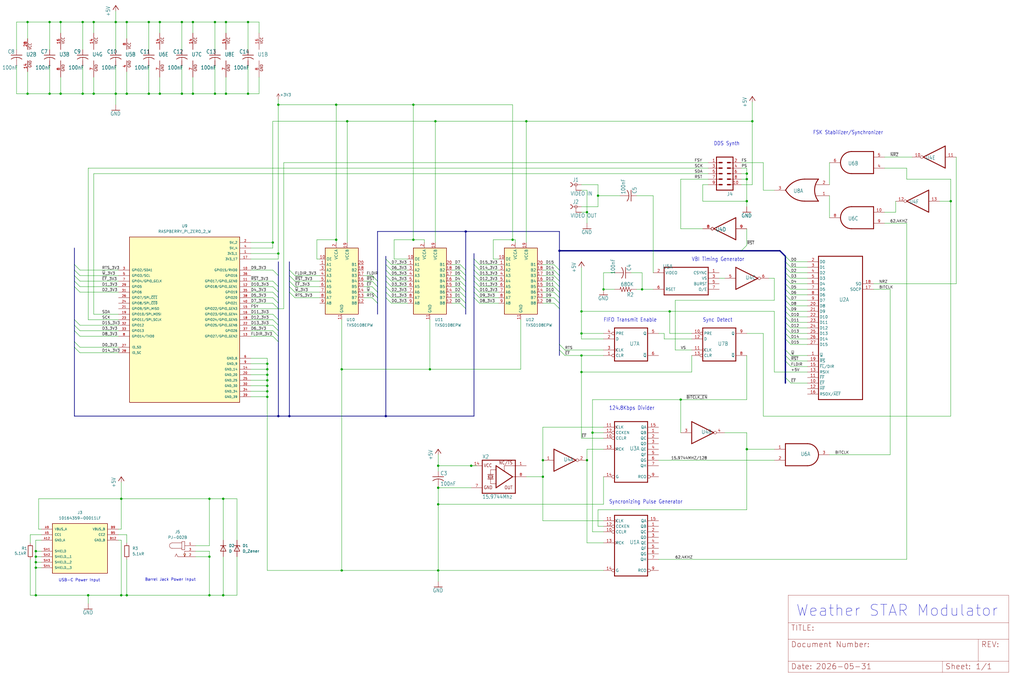
<source format=kicad_sch>
(kicad_sch (version 20231120) (generator "eeschema") (generator_version "8.0")
  (paper "User" 471.907 317.627)
  (lib_symbols
    (symbol "10164359-00011LF:10164359-00011LF" (pin_names (offset 1.016))
      (property "Reference" "J" (at -12.7 8.382 0))
      (property "Value" "10164359-00011LF" (at -12.7 -17.78 0))
      (symbol "10164359-00011LF_0_0"
        (pin power_in line (at -17.78 0 0) (length 5.08) (name "GND_A") (number "A12"))
        (pin bidirectional line (at -17.78 2.54 0) (length 5.08) (name "CC1") (number "A5"))
        (pin power_in line (at -17.78 5.08 0) (length 5.08) (name "VBUS_A") (number "A9"))
        (pin power_in line (at 17.78 0 180) (length 5.08) (name "GND_B") (number "B12"))
        (pin bidirectional line (at 17.78 2.54 180) (length 5.08) (name "CC2") (number "B5"))
        (pin power_in line (at 17.78 5.08 180) (length 5.08) (name "VBUS_B") (number "B9"))
        (pin passive line (at -17.78 -5.08 0) (length 5.08) (name "SHIELD") (number "SH1"))
        (pin passive line (at -17.78 -7.62 0) (length 5.08) (name "SHIELD__1") (number "SH2"))
        (pin passive line (at -17.78 -10.16 0) (length 5.08) (name "SHIELD__2") (number "SH3"))
        (pin passive line (at -17.78 -12.7 0) (length 5.08) (name "SHIELD__3") (number "SH4"))
      )
    )
    (symbol "Device:D" (pin_numbers hide) (pin_names (offset 1.016) hide)
      (property "Reference" "D" (at 0 2.54 0))
      (property "Value" "D" (at 0 -2.54 0))
      (symbol "D_1_1"
        (pin passive line (at -3.81 0 0) (length 2.54) (name "K") (number "1"))
        (pin passive line (at 3.81 0 180) (length 2.54) (name "A") (number "2"))
      )
    )
    (symbol "Device:D_Zener" (pin_numbers hide) (pin_names (offset 1.016) hide)
      (property "Reference" "D" (at 0 2.54 0))
      (property "Value" "D_Zener" (at 0 -2.54 0))
      (symbol "D_Zener_1_1"
        (pin passive line (at -3.81 0 0) (length 2.54) (name "K") (number "1"))
        (pin passive line (at 3.81 0 180) (length 2.54) (name "A") (number "2"))
      )
    )
    (symbol "Device:R" (pin_numbers hide) (pin_names (offset 0))
      (property "Reference" "R" (at 2.032 0 90))
      (property "Value" "R" (at 0 0 90))
      (symbol "R_1_1"
        (pin passive line (at 0 3.81 270) (length 1.27) (name "~") (number "1"))
        (pin passive line (at 0 -3.81 90) (length 1.27) (name "~") (number "2"))
      )
    )
    (symbol "Logic_LevelTranslator:TXS0108EPW"
      (property "Reference" "U" (at -6.35 16.51 0))
      (property "Value" "TXS0108EPW" (at 3.81 16.51 0))
      (symbol "TXS0108EPW_1_1"
        (pin bidirectional line (at -10.16 7.62 0) (length 2.54) (name "A1") (number "1"))
        (pin input line (at -10.16 10.16 0) (length 2.54) (name "OE") (number "10"))
        (pin power_in line (at 0 -17.78 90) (length 2.54) (name "GND") (number "11"))
        (pin bidirectional line (at 10.16 -10.16 180) (length 2.54) (name "B8") (number "12"))
        (pin bidirectional line (at 10.16 -7.62 180) (length 2.54) (name "B7") (number "13"))
        (pin bidirectional line (at 10.16 -5.08 180) (length 2.54) (name "B6") (number "14"))
        (pin bidirectional line (at 10.16 -2.54 180) (length 2.54) (name "B5") (number "15"))
        (pin bidirectional line (at 10.16 0 180) (length 2.54) (name "B4") (number "16"))
        (pin bidirectional line (at 10.16 2.54 180) (length 2.54) (name "B3") (number "17"))
        (pin bidirectional line (at 10.16 5.08 180) (length 2.54) (name "B2") (number "18"))
        (pin power_in line (at 2.54 17.78 270) (length 2.54) (name "VCCB") (number "19"))
        (pin power_in line (at -2.54 17.78 270) (length 2.54) (name "VCCA") (number "2"))
        (pin bidirectional line (at 10.16 7.62 180) (length 2.54) (name "B1") (number "20"))
        (pin bidirectional line (at -10.16 5.08 0) (length 2.54) (name "A2") (number "3"))
        (pin bidirectional line (at -10.16 2.54 0) (length 2.54) (name "A3") (number "4"))
        (pin bidirectional line (at -10.16 0 0) (length 2.54) (name "A4") (number "5"))
        (pin bidirectional line (at -10.16 -2.54 0) (length 2.54) (name "A5") (number "6"))
        (pin bidirectional line (at -10.16 -5.08 0) (length 2.54) (name "A6") (number "7"))
        (pin bidirectional line (at -10.16 -7.62 0) (length 2.54) (name "A7") (number "8"))
        (pin bidirectional line (at -10.16 -10.16 0) (length 2.54) (name "A8") (number "9"))
      )
    )
    (symbol "Modulator-eagle-import:+5V" (power)
      (symbol "+5V_1_0"
        (pin power_in line (at 0 -2.54 90) (length 2.54) (name "+5V") (number "1"))
      )
    )
    (symbol "Modulator-eagle-import:72125"
      (property "Reference" "IC" (at -0.635 -0.635 0))
      (symbol "72125_1_0"
        (pin input line (at -15.24 -25.4 0) (length 5.08) (name "~{W}") (number "1"))
        (pin output line (at -15.24 -38.1 0) (length 5.08) (name "~{EF}") (number "10"))
        (pin output line (at -15.24 -35.56 0) (length 5.08) (name "~{FF}") (number "11"))
        (pin output line (at -15.24 -40.64 0) (length 5.08) (name "~{HF}") (number "12"))
        (pin input line (at -15.24 -33.02 0) (length 5.08) (name "RSIX") (number "13"))
        (pin input line (at -15.24 -30.48 0) (length 5.08) (name "~{FL}/DIR") (number "15"))
        (pin output line (at -15.24 -43.18 0) (length 5.08) (name "RSOX/~{AEF}") (number "16"))
        (pin input line (at 15.24 5.08 180) (length 5.08) (name "SOCP") (number "17"))
        (pin output line (at 15.24 7.62 180) (length 5.08) (name "SO") (number "18"))
        (pin input line (at -15.24 -27.94 0) (length 5.08) (name "~{RS}") (number "19"))
        (pin input line (at -15.24 17.78 0) (length 5.08) (name "D0") (number "2"))
        (pin input line (at -15.24 -2.54 0) (length 5.08) (name "D8") (number "20"))
        (pin input line (at -15.24 -5.08 0) (length 5.08) (name "D9") (number "21"))
        (pin input line (at -15.24 -7.62 0) (length 5.08) (name "D10") (number "22"))
        (pin input line (at -15.24 -10.16 0) (length 5.08) (name "D11") (number "23"))
        (pin input line (at -15.24 -12.7 0) (length 5.08) (name "D12") (number "24"))
        (pin input line (at -15.24 -15.24 0) (length 5.08) (name "D13") (number "25"))
        (pin input line (at -15.24 -17.78 0) (length 5.08) (name "D14") (number "26"))
        (pin input line (at -15.24 -20.32 0) (length 5.08) (name "D15") (number "27"))
        (pin input line (at -15.24 15.24 0) (length 5.08) (name "D1") (number "3"))
        (pin input line (at -15.24 12.7 0) (length 5.08) (name "D2") (number "4"))
        (pin input line (at -15.24 10.16 0) (length 5.08) (name "D3") (number "5"))
        (pin input line (at -15.24 7.62 0) (length 5.08) (name "D4") (number "6"))
        (pin input line (at -15.24 5.08 0) (length 5.08) (name "D5") (number "7"))
        (pin input line (at -15.24 2.54 0) (length 5.08) (name "D6") (number "8"))
        (pin input line (at -15.24 0 0) (length 5.08) (name "D7") (number "9"))
      )
      (symbol "72125_2_0"
        (text "GND" (at 1.905 -5.842 900) (effects (font (size 1.27 1.0795)) (justify left bottom)))
        (text "VCC" (at 1.905 2.413 900) (effects (font (size 1.27 1.0795)) (justify left bottom)))
        (pin power_in line (at 0 -7.62 90) (length 5.08) (name "GND") (number "14"))
        (pin power_in line (at 0 7.62 270) (length 5.08) (name "VCC") (number "28"))
      )
    )
    (symbol "Modulator-eagle-import:7404N"
      (property "Reference" "IC" (at -0.635 -0.635 0))
      (symbol "7404N_1_0"
        (pin input line (at -10.16 0 0) (length 5.08) (name "I") (number "1"))
        (pin output inverted (at 10.16 0 180) (length 5.08) (name "O") (number "2"))
      )
      (symbol "7404N_2_0"
        (pin input line (at -10.16 0 0) (length 5.08) (name "I") (number "3"))
        (pin output inverted (at 10.16 0 180) (length 5.08) (name "O") (number "4"))
      )
      (symbol "7404N_3_0"
        (pin input line (at -10.16 0 0) (length 5.08) (name "I") (number "5"))
        (pin output inverted (at 10.16 0 180) (length 5.08) (name "O") (number "6"))
      )
      (symbol "7404N_4_0"
        (pin output inverted (at 10.16 0 180) (length 5.08) (name "O") (number "8"))
        (pin input line (at -10.16 0 0) (length 5.08) (name "I") (number "9"))
      )
      (symbol "7404N_5_0"
        (pin output inverted (at 10.16 0 180) (length 5.08) (name "O") (number "10"))
        (pin input line (at -10.16 0 0) (length 5.08) (name "I") (number "11"))
      )
      (symbol "7404N_6_0"
        (pin output inverted (at 10.16 0 180) (length 5.08) (name "O") (number "12"))
        (pin input line (at -10.16 0 0) (length 5.08) (name "I") (number "13"))
      )
      (symbol "7404N_7_0"
        (text "GND" (at 1.905 -7.62 900) (effects (font (size 1.27 1.0795)) (justify left bottom)))
        (text "VCC" (at 1.905 5.08 900) (effects (font (size 1.27 1.0795)) (justify left bottom)))
        (pin power_in line (at 0 10.16 270) (length 7.62) (name "VCC") (number "14"))
        (pin power_in line (at 0 -10.16 90) (length 7.62) (name "GND") (number "7"))
      )
    )
    (symbol "Modulator-eagle-import:7408N"
      (property "Reference" "IC" (at -0.635 -0.635 0))
      (symbol "7408N_1_0"
        (pin input line (at -12.7 2.54 0) (length 5.08) (name "I0") (number "1"))
        (pin input line (at -12.7 -2.54 0) (length 5.08) (name "I1") (number "2"))
        (pin output line (at 12.7 0 180) (length 5.08) (name "O") (number "3"))
      )
      (symbol "7408N_2_0"
        (pin input line (at -12.7 2.54 0) (length 5.08) (name "I0") (number "4"))
        (pin input line (at -12.7 -2.54 0) (length 5.08) (name "I1") (number "5"))
        (pin output line (at 12.7 0 180) (length 5.08) (name "O") (number "6"))
      )
      (symbol "7408N_3_0"
        (pin input line (at -12.7 -2.54 0) (length 5.08) (name "I1") (number "10"))
        (pin output line (at 12.7 0 180) (length 5.08) (name "O") (number "8"))
        (pin input line (at -12.7 2.54 0) (length 5.08) (name "I0") (number "9"))
      )
      (symbol "7408N_4_0"
        (pin output line (at 12.7 0 180) (length 5.08) (name "O") (number "11"))
        (pin input line (at -12.7 2.54 0) (length 5.08) (name "I0") (number "12"))
        (pin input line (at -12.7 -2.54 0) (length 5.08) (name "I1") (number "13"))
      )
      (symbol "7408N_5_0"
        (text "GND" (at 1.905 -7.62 900) (effects (font (size 1.27 1.0795)) (justify left bottom)))
        (text "VCC" (at 1.905 5.08 900) (effects (font (size 1.27 1.0795)) (justify left bottom)))
        (pin power_in line (at 0 10.16 270) (length 7.62) (name "VCC") (number "14"))
        (pin power_in line (at 0 -10.16 90) (length 7.62) (name "GND") (number "7"))
      )
    )
    (symbol "Modulator-eagle-import:7432N"
      (property "Reference" "IC" (at -0.635 -0.635 0))
      (symbol "7432N_1_0"
        (pin input line (at -12.7 2.54 0) (length 5.08) (name "I0") (number "1"))
        (pin input line (at -12.7 -2.54 0) (length 5.08) (name "I1") (number "2"))
        (pin output line (at 12.7 0 180) (length 5.08) (name "O") (number "3"))
      )
      (symbol "7432N_2_0"
        (pin input line (at -12.7 2.54 0) (length 5.08) (name "I0") (number "4"))
        (pin input line (at -12.7 -2.54 0) (length 5.08) (name "I1") (number "5"))
        (pin output line (at 12.7 0 180) (length 5.08) (name "O") (number "6"))
      )
      (symbol "7432N_3_0"
        (pin input line (at -12.7 -2.54 0) (length 5.08) (name "I1") (number "10"))
        (pin output line (at 12.7 0 180) (length 5.08) (name "O") (number "8"))
        (pin input line (at -12.7 2.54 0) (length 5.08) (name "I0") (number "9"))
      )
      (symbol "7432N_4_0"
        (pin output line (at 12.7 0 180) (length 5.08) (name "O") (number "11"))
        (pin input line (at -12.7 2.54 0) (length 5.08) (name "I0") (number "12"))
        (pin input line (at -12.7 -2.54 0) (length 5.08) (name "I1") (number "13"))
      )
      (symbol "7432N_5_0"
        (text "GND" (at 1.905 -7.62 900) (effects (font (size 1.27 1.0795)) (justify left bottom)))
        (text "VCC" (at 1.905 5.08 900) (effects (font (size 1.27 1.0795)) (justify left bottom)))
        (pin power_in line (at 0 10.16 270) (length 7.62) (name "VCC") (number "14"))
        (pin power_in line (at 0 -10.16 90) (length 7.62) (name "GND") (number "7"))
      )
    )
    (symbol "Modulator-eagle-import:74590N"
      (property "Reference" "IC" (at -0.635 -0.635 0))
      (symbol "74590N_1_0"
        (pin tri_state line (at 12.7 7.62 180) (length 5.08) (name "QB") (number "1"))
        (pin input inverted (at -12.7 5.08 0) (length 5.08) (name "CCLR") (number "10"))
        (pin input clock (at -12.7 10.16 0) (length 5.08) (name "CLK") (number "11"))
        (pin input inverted (at -12.7 7.62 0) (length 5.08) (name "CCKEN") (number "12"))
        (pin input clock (at -12.7 0 0) (length 5.08) (name "RCK") (number "13"))
        (pin input inverted (at -12.7 -12.7 0) (length 5.08) (name "G") (number "14"))
        (pin tri_state line (at 12.7 10.16 180) (length 5.08) (name "QA") (number "15"))
        (pin tri_state line (at 12.7 5.08 180) (length 5.08) (name "QC") (number "2"))
        (pin tri_state line (at 12.7 2.54 180) (length 5.08) (name "QD") (number "3"))
        (pin tri_state line (at 12.7 0 180) (length 5.08) (name "QE") (number "4"))
        (pin tri_state line (at 12.7 -2.54 180) (length 5.08) (name "QF") (number "5"))
        (pin tri_state line (at 12.7 -5.08 180) (length 5.08) (name "QG") (number "6"))
        (pin tri_state line (at 12.7 -7.62 180) (length 5.08) (name "QH") (number "7"))
        (pin output inverted (at 12.7 -12.7 180) (length 5.08) (name "RCO") (number "9"))
      )
      (symbol "74590N_2_0"
        (text "GND" (at 1.905 -7.62 900) (effects (font (size 1.27 1.0795)) (justify left bottom)))
        (text "VCC" (at 1.905 5.08 900) (effects (font (size 1.27 1.0795)) (justify left bottom)))
        (pin power_in line (at 0 10.16 270) (length 7.62) (name "VCC") (number "16"))
        (pin power_in line (at 0 -10.16 90) (length 7.62) (name "GND") (number "8"))
      )
    )
    (symbol "Modulator-eagle-import:7474N"
      (property "Reference" "IC" (at -0.635 -0.635 0))
      (symbol "7474N_1_0"
        (pin input inverted (at -12.7 -5.08 0) (length 5.08) (name "CLR") (number "1"))
        (pin input line (at -12.7 2.54 0) (length 5.08) (name "D") (number "2"))
        (pin input clock (at -12.7 -2.54 0) (length 5.08) (name "CLK") (number "3"))
        (pin input inverted (at -12.7 5.08 0) (length 5.08) (name "PRE") (number "4"))
        (pin output line (at 12.7 5.08 180) (length 5.08) (name "Q") (number "5"))
        (pin output line (at 12.7 -5.08 180) (length 5.08) (name "~{Q}") (number "6"))
      )
      (symbol "7474N_2_0"
        (pin input inverted (at -12.7 5.08 0) (length 5.08) (name "PRE") (number "10"))
        (pin input clock (at -12.7 -2.54 0) (length 5.08) (name "CLK") (number "11"))
        (pin input line (at -12.7 2.54 0) (length 5.08) (name "D") (number "12"))
        (pin input inverted (at -12.7 -5.08 0) (length 5.08) (name "CLR") (number "13"))
        (pin output line (at 12.7 -5.08 180) (length 5.08) (name "~{Q}") (number "8"))
        (pin output line (at 12.7 5.08 180) (length 5.08) (name "Q") (number "9"))
      )
      (symbol "7474N_3_0"
        (text "GND" (at 1.905 -7.62 900) (effects (font (size 1.27 1.0795)) (justify left bottom)))
        (text "VCC" (at 1.905 5.08 900) (effects (font (size 1.27 1.0795)) (justify left bottom)))
        (pin power_in line (at 0 10.16 270) (length 7.62) (name "VCC") (number "14"))
        (pin power_in line (at 0 -10.16 90) (length 7.62) (name "GND") (number "7"))
      )
    )
    (symbol "Modulator-eagle-import:C-US050-025X075"
      (property "Reference" "C" (at 1.016 0.635 0))
      (symbol "C-US050-025X075_1_0"
        (pin passive line (at 0 2.54 270) (length 2.54) (name "1") (number "1"))
        (pin passive line (at 0 -5.08 90) (length 2.54) (name "2") (number "2"))
      )
    )
    (symbol "Modulator-eagle-import:FRAME_B_L"
      (symbol "FRAME_B_L_1_0"
        (text "1" (at 23.9889 277.495 0) (effects (font (size 2.54 2.286))))
        (text "2" (at 71.9667 277.495 0) (effects (font (size 2.54 2.286))))
        (text "3" (at 119.9444 277.495 0) (effects (font (size 2.54 2.286))))
        (text "4" (at 167.9222 277.495 0) (effects (font (size 2.54 2.286))))
        (text "5" (at 215.9 277.495 0) (effects (font (size 2.54 2.286))))
        (text "6" (at 263.8778 277.495 0) (effects (font (size 2.54 2.286))))
        (text "7" (at 311.8556 277.495 0) (effects (font (size 2.54 2.286))))
        (text "8" (at 359.8333 277.495 0) (effects (font (size 2.54 2.286))))
        (text "9" (at 407.8111 277.495 0) (effects (font (size 2.54 2.286))))
        (text "A" (at 1.905 256.1167 0) (effects (font (size 2.54 2.286))))
        (text "A" (at 429.895 256.1167 0) (effects (font (size 2.54 2.286))))
        (text "B" (at 1.905 209.55 0) (effects (font (size 2.54 2.286))))
        (text "B" (at 429.895 209.55 0) (effects (font (size 2.54 2.286))))
        (text "C" (at 1.905 162.9833 0) (effects (font (size 2.54 2.286))))
        (text "C" (at 429.895 162.9833 0) (effects (font (size 2.54 2.286))))
        (text "D" (at 1.905 116.4167 0) (effects (font (size 2.54 2.286))))
        (text "D" (at 429.895 116.4167 0) (effects (font (size 2.54 2.286))))
        (text "E" (at 1.905 69.85 0) (effects (font (size 2.54 2.286))))
        (text "E" (at 429.895 69.85 0) (effects (font (size 2.54 2.286))))
        (text "F" (at 1.905 23.2833 0) (effects (font (size 2.54 2.286))))
        (text "F" (at 429.895 23.2833 0) (effects (font (size 2.54 2.286))))
      )
      (symbol "FRAME_B_L_2_0"
        (text "${#}/${##}" (at 86.36 1.27 0) (effects (font (size 2.54 2.54)) (justify left bottom)))
        (text "${CURRENT_DATE}" (at 12.7 1.27 0) (effects (font (size 2.54 2.54)) (justify left bottom)))
        (text "${PROJECTNAME}" (at 17.78 19.05 0) (effects (font (size 2.54 2.54)) (justify left bottom)))
        (text "Date:" (at 1.27 1.27 0) (effects (font (size 2.54 2.54)) (justify left bottom)))
        (text "Document Number:" (at 1.27 11.43 0) (effects (font (size 2.54 2.54)) (justify left bottom)))
        (text "REV:" (at 88.9 11.43 0) (effects (font (size 2.54 2.54)) (justify left bottom)))
        (text "Sheet:" (at 72.39 1.27 0) (effects (font (size 2.54 2.54)) (justify left bottom)))
        (text "TITLE:" (at 1.27 19.05 0) (effects (font (size 2.54 2.54)) (justify left bottom)))
      )
    )
    (symbol "Modulator-eagle-import:GND" (power)
      (symbol "GND_1_0"
        (pin power_in line (at 0 2.54 270) (length 2.54) (name "GND") (number "1"))
      )
    )
    (symbol "Modulator-eagle-import:LM1881N"
      (property "Reference" "IC" (at -0.635 -0.635 0))
      (symbol "LM1881N_1_0"
        (pin output line (at 25.4 -2.54 180) (length 5.08) (name "CSYNC") (number "1"))
        (pin input line (at -5.08 -2.54 0) (length 5.08) (name "VIDEO") (number "2"))
        (pin output line (at 25.4 -5.08 180) (length 5.08) (name "VS") (number "3"))
        (pin output line (at 25.4 -7.62 180) (length 5.08) (name "BURST") (number "5"))
        (pin passive line (at -5.08 -10.16 0) (length 5.08) (name "RSET") (number "6"))
        (pin output line (at 25.4 -10.16 180) (length 5.08) (name "O/E") (number "7"))
      )
      (symbol "LM1881N_2_0"
        (text "GND" (at 1.905 -5.842 900) (effects (font (size 1.27 1.0795)) (justify left bottom)))
        (text "VCC" (at 1.905 2.667 900) (effects (font (size 1.27 1.0795)) (justify left bottom)))
        (pin power_in line (at 0 -7.62 90) (length 5.08) (name "GND") (number "4"))
        (pin power_in line (at 0 7.62 270) (length 5.08) (name "VCC") (number "8"))
      )
    )
    (symbol "Modulator-eagle-import:MA05-2"
      (property "Reference" "SV" (at -3.81 8.382 0))
      (symbol "MA05-2_1_0"
        (pin passive line (at 7.62 -5.08 180) (length 5.08) (name "1") (number "1"))
        (pin passive line (at -7.62 5.08 0) (length 5.08) (name "10") (number "10"))
        (pin passive line (at -7.62 -5.08 0) (length 5.08) (name "2") (number "2"))
        (pin passive line (at 7.62 -2.54 180) (length 5.08) (name "3") (number "3"))
        (pin passive line (at -7.62 -2.54 0) (length 5.08) (name "4") (number "4"))
        (pin passive line (at 7.62 0 180) (length 5.08) (name "5") (number "5"))
        (pin passive line (at -7.62 0 0) (length 5.08) (name "6") (number "6"))
        (pin passive line (at 7.62 2.54 180) (length 5.08) (name "7") (number "7"))
        (pin passive line (at -7.62 2.54 0) (length 5.08) (name "8") (number "8"))
        (pin passive line (at 7.62 5.08 180) (length 5.08) (name "9") (number "9"))
      )
    )
    (symbol "Modulator-eagle-import:R-US_0207/12"
      (property "Reference" "R" (at -3.81 1.4986 0))
      (symbol "R-US_0207/12_1_0"
        (pin passive line (at -5.08 0 0) (length 2.54) (name "1") (number "1"))
        (pin passive line (at 5.08 0 180) (length 2.54) (name "2") (number "2"))
      )
    )
    (symbol "Modulator-eagle-import:TOBU3"
      (property "Reference" "X" (at -1.524 1.27 0))
      (symbol "TOBU3_1_0"
        (pin passive line (at 2.54 0 180) (length 2.54) (name "1") (number "1"))
        (pin passive line (at 2.54 -2.54 180) (length 2.54) (name "2") (number "2"))
        (pin passive line (at 2.54 -2.54 180) (length 2.54) (name "2") (number "2@1"))
        (pin passive line (at 2.54 -2.54 180) (length 2.54) (name "2") (number "2@2"))
      )
    )
    (symbol "Modulator-eagle-import:XO-14"
      (property "Reference" "QG" (at -7.62 8.255 0))
      (symbol "XO-14_1_0"
        (text "GND" (at -6.985 -5.842 0) (effects (font (size 1.524 1.2954)) (justify left bottom)))
        (text "NC/TS" (at 0 5.588 0) (effects (font (size 1.524 1.2954)) (justify left bottom)))
        (text "OUT" (at 2.54 -5.842 0) (effects (font (size 1.524 1.2954)) (justify left bottom)))
        (text "VCC" (at -6.985 4.318 0) (effects (font (size 1.524 1.2954)) (justify left bottom)))
        (pin passive line (at 12.7 5.08 180) (length 5.08) (name "TS") (number "1"))
        (pin power_in line (at -12.7 5.08 0) (length 5.08) (name "VCC") (number "14"))
        (pin power_in line (at -12.7 -5.08 0) (length 5.08) (name "GND") (number "7"))
        (pin output line (at 12.7 0 180) (length 5.08) (name "OUT") (number "8"))
      )
    )
    (symbol "PJ-002B:PJ-002B" (pin_names (offset 1.016) hide)
      (property "Reference" "J" (at -7.6454 5.08 0))
      (property "Value" "PJ-002B" (at -7.62 -5.08 0))
      (symbol "PJ-002B_0_0"
        (pin passive line (at 5.08 2.54 180) (length 5.08) (name "~") (number "1"))
        (pin passive line (at 5.08 -2.54 180) (length 5.08) (name "~") (number "2"))
        (pin passive line (at 5.08 0 180) (length 5.08) (name "~") (number "3"))
      )
    )
    (symbol "RASPBERRY_PI_ZERO_2_W:RASPBERRY_PI_ZERO_2_W" (pin_names (offset 1.016))
      (property "Reference" "U" (at -25.42 39.3962 0))
      (property "Value" "RASPBERRY_PI_ZERO_2_W" (at -25.4191 -40.6687 0))
      (symbol "RASPBERRY_PI_ZERO_2_W_0_0"
        (pin power_in line (at 30.48 30.48 180) (length 5.08) (name "3V3_1") (number "1"))
        (pin bidirectional line (at 30.48 22.86 180) (length 5.08) (name "GPIO15/RXD0") (number "10"))
        (pin bidirectional line (at 30.48 17.78 180) (length 5.08) (name "GPIO17/GPIO_GEN0") (number "11"))
        (pin bidirectional line (at 30.48 15.24 180) (length 5.08) (name "GPIO18/GPIO_GEN1") (number "12"))
        (pin bidirectional line (at 30.48 -7.62 180) (length 5.08) (name "GPIO27/GPIO_GEN2") (number "13"))
        (pin power_in line (at 30.48 -22.86 180) (length 5.08) (name "GND_14") (number "14"))
        (pin bidirectional line (at 30.48 5.08 180) (length 5.08) (name "GPIO22/GPIO_GEN3") (number "15"))
        (pin bidirectional line (at 30.48 2.54 180) (length 5.08) (name "GPIO23/GPIO_GEN4") (number "16"))
        (pin power_in line (at 30.48 27.94 180) (length 5.08) (name "3V3_17") (number "17"))
        (pin bidirectional line (at 30.48 0 180) (length 5.08) (name "GPIO24/GPIO_GEN5") (number "18"))
        (pin bidirectional line (at -30.48 2.54 0) (length 5.08) (name "GPIO10/SPI_MOSI") (number "19"))
        (pin power_in line (at 30.48 35.56 180) (length 5.08) (name "5V_2") (number "2"))
        (pin power_in line (at 30.48 -25.4 180) (length 5.08) (name "GND_20") (number "20"))
        (pin bidirectional line (at -30.48 5.08 0) (length 5.08) (name "GPIO9/SPI_MISO") (number "21"))
        (pin bidirectional line (at 30.48 -2.54 180) (length 5.08) (name "GPIO25/GPIO_GEN6") (number "22"))
        (pin bidirectional line (at -30.48 0 0) (length 5.08) (name "GPIO11/SPI_SCLK") (number "23"))
        (pin bidirectional line (at -30.48 7.62 0) (length 5.08) (name "GPIO8/SPI_~{CE0}") (number "24"))
        (pin power_in line (at 30.48 -27.94 180) (length 5.08) (name "GND_25") (number "25"))
        (pin bidirectional line (at -30.48 10.16 0) (length 5.08) (name "GPIO7/SPI_~{CE1}") (number "26"))
        (pin bidirectional line (at -30.48 -12.7 0) (length 5.08) (name "ID_SD") (number "27"))
        (pin bidirectional line (at -30.48 -15.24 0) (length 5.08) (name "ID_SC") (number "28"))
        (pin bidirectional line (at -30.48 15.24 0) (length 5.08) (name "GPIO5") (number "29"))
        (pin bidirectional line (at -30.48 22.86 0) (length 5.08) (name "GPIO2/SDA1") (number "3"))
        (pin power_in line (at 30.48 -30.48 180) (length 5.08) (name "GND_30") (number "30"))
        (pin bidirectional line (at -30.48 12.7 0) (length 5.08) (name "GPIO6") (number "31"))
        (pin bidirectional line (at -30.48 -2.54 0) (length 5.08) (name "GPIO12") (number "32"))
        (pin bidirectional line (at -30.48 -5.08 0) (length 5.08) (name "GPIO13") (number "33"))
        (pin power_in line (at 30.48 -33.02 180) (length 5.08) (name "GND_34") (number "34"))
        (pin bidirectional line (at 30.48 12.7 180) (length 5.08) (name "GPIO19") (number "35"))
        (pin bidirectional line (at 30.48 20.32 180) (length 5.08) (name "GPIO16") (number "36"))
        (pin bidirectional line (at 30.48 -5.08 180) (length 5.08) (name "GPIO26") (number "37"))
        (pin bidirectional line (at 30.48 10.16 180) (length 5.08) (name "GPIO20") (number "38"))
        (pin power_in line (at 30.48 -35.56 180) (length 5.08) (name "GND_39") (number "39"))
        (pin power_in line (at 30.48 33.02 180) (length 5.08) (name "5V_4") (number "4"))
        (pin bidirectional line (at 30.48 7.62 180) (length 5.08) (name "GPIO21") (number "40"))
        (pin bidirectional line (at -30.48 20.32 0) (length 5.08) (name "GPIO3/SCL") (number "5"))
        (pin power_in line (at 30.48 -17.78 180) (length 5.08) (name "GND_6") (number "6"))
        (pin bidirectional line (at -30.48 17.78 0) (length 5.08) (name "GPIO4/GPIO_GCLK") (number "7"))
        (pin bidirectional line (at -30.48 -7.62 0) (length 5.08) (name "GPIO14/TXD0") (number "8"))
        (pin power_in line (at 30.48 -20.32 180) (length 5.08) (name "GND_9") (number "9"))
      )
    )
    (symbol "power:+3V3" (power) (pin_numbers hide) (pin_names (offset 0) hide)
      (property "Value" "+3V3" (at 0 3.556 0))
      (symbol "+3V3_1_1"
        (pin power_in line (at 0 0 90) (length 0) (name "~") (number "1"))
      )
    )
  )
  (junction (at 177.8 191.77))
  (junction (at 344.17 80.01))
  (junction (at 214.63 106.68))
  (junction (at 16.51 259.08))
  (junction (at 96.52 274.32))
  (junction (at 22.86 43.18))
  (junction (at 438.15 92.71))
  (junction (at 313.69 184.15))
  (junction (at 16.51 274.32))
  (junction (at 73.66 43.18))
  (junction (at 114.3 10.16))
  (junction (at 27.94 43.18))
  (junction (at 73.66 10.16))
  (junction (at 58.42 274.32))
  (junction (at 267.97 163.83))
  (junction (at 128.27 116.84))
  (junction (at 99.06 43.18))
  (junction (at 201.93 224.79))
  (junction (at 257.81 115.57))
  (junction (at 88.9 43.18))
  (junction (at 123.19 167.64))
  (junction (at 123.19 170.18))
  (junction (at 236.22 110.49))
  (junction (at 12.7 10.16))
  (junction (at 157.48 262.89))
  (junction (at 99.06 10.16))
  (junction (at 96.52 256.54))
  (junction (at 55.88 274.32))
  (junction (at 128.27 191.77))
  (junction (at 114.3 43.18))
  (junction (at 125.73 111.76))
  (junction (at 16.51 256.54))
  (junction (at 55.88 229.87))
  (junction (at 123.19 175.26))
  (junction (at 104.14 10.16))
  (junction (at 267.97 143.51))
  (junction (at 123.19 180.34))
  (junction (at 217.17 214.63))
  (junction (at 344.17 207.01))
  (junction (at 160.02 55.88))
  (junction (at 344.17 82.55))
  (junction (at 308.61 143.51))
  (junction (at 201.93 232.41))
  (junction (at 58.42 43.18))
  (junction (at 12.7 43.18))
  (junction (at 250.19 219.71))
  (junction (at 38.1 10.16))
  (junction (at 27.94 10.16))
  (junction (at 201.93 262.89))
  (junction (at 190.5 48.26))
  (junction (at 157.48 170.18))
  (junction (at 83.82 43.18))
  (junction (at 270.51 97.79))
  (junction (at 38.1 43.18))
  (junction (at 198.12 170.18))
  (junction (at 40.64 274.32))
  (junction (at 133.35 191.77))
  (junction (at 102.87 274.32))
  (junction (at 22.86 10.16))
  (junction (at 344.17 92.71))
  (junction (at 154.94 110.49))
  (junction (at 278.13 133.35))
  (junction (at 190.5 110.49))
  (junction (at 273.05 199.39))
  (junction (at 201.93 214.63))
  (junction (at 154.94 48.26))
  (junction (at 43.18 10.16))
  (junction (at 83.82 10.16))
  (junction (at 68.58 10.16))
  (junction (at 200.66 55.88))
  (junction (at 295.91 133.35))
  (junction (at 16.51 254))
  (junction (at 128.27 48.26))
  (junction (at 242.57 55.88))
  (junction (at 43.18 43.18))
  (junction (at 250.19 212.09))
  (junction (at 53.34 10.16))
  (junction (at 53.34 43.18))
  (junction (at 104.14 43.18))
  (junction (at 270.51 212.09))
  (junction (at 123.19 172.72))
  (junction (at 267.97 171.45))
  (junction (at 102.87 229.87))
  (junction (at 275.59 90.17))
  (junction (at 123.19 182.88))
  (junction (at 68.58 43.18))
  (junction (at 346.71 55.88))
  (junction (at 96.52 229.87))
  (junction (at 123.19 177.8))
  (junction (at 58.42 10.16))
  (junction (at 88.9 10.16))
  (junction (at 16.51 261.62))
  (junction (at 267.97 153.67))
  (bus_entry (at 212.09 124.46) (size 2.54 2.54))
  (bus_entry (at 171.45 132.08) (size 2.54 2.54))
  (bus_entry (at 125.73 132.08) (size 2.54 2.54))
  (bus_entry (at 133.35 129.54) (size 2.54 2.54))
  (bus_entry (at 260.35 161.29) (size -2.54 -2.54))
  (bus_entry (at 34.29 124.46) (size 2.54 2.54))
  (bus_entry (at 177.8 132.08) (size 2.54 2.54))
  (bus_entry (at 364.49 140.97) (size -2.54 -2.54))
  (bus_entry (at 125.73 129.54) (size 2.54 2.54))
  (bus_entry (at 34.29 152.4) (size 2.54 2.54))
  (bus_entry (at 364.49 146.05) (size -2.54 -2.54))
  (bus_entry (at 212.09 121.92) (size 2.54 2.54))
  (bus_entry (at 34.29 121.92) (size 2.54 2.54))
  (bus_entry (at 364.49 166.37) (size -2.54 -2.54))
  (bus_entry (at 364.49 133.35) (size -2.54 -2.54))
  (bus_entry (at 255.27 124.46) (size 2.54 2.54))
  (bus_entry (at 212.09 137.16) (size 2.54 2.54))
  (bus_entry (at 218.44 132.08) (size 2.54 2.54))
  (bus_entry (at 218.44 137.16) (size 2.54 2.54))
  (bus_entry (at 125.73 134.62) (size 2.54 2.54))
  (bus_entry (at 177.8 134.62) (size 2.54 2.54))
  (bus_entry (at 34.29 127) (size 2.54 2.54))
  (bus_entry (at 364.49 123.19) (size -2.54 -2.54))
  (bus_entry (at 255.27 129.54) (size 2.54 2.54))
  (bus_entry (at 34.29 160.02) (size 2.54 2.54))
  (bus_entry (at 212.09 127) (size 2.54 2.54))
  (bus_entry (at 133.35 124.46) (size 2.54 2.54))
  (bus_entry (at 171.45 137.16) (size 2.54 2.54))
  (bus_entry (at 34.29 149.86) (size 2.54 2.54))
  (bus_entry (at 364.49 130.81) (size -2.54 -2.54))
  (bus_entry (at 125.73 152.4) (size 2.54 2.54))
  (bus_entry (at 177.8 119.38) (size 2.54 2.54))
  (bus_entry (at 218.44 124.46) (size 2.54 2.54))
  (bus_entry (at 177.8 121.92) (size 2.54 2.54))
  (bus_entry (at 34.29 157.48) (size 2.54 2.54))
  (bus_entry (at 255.27 121.92) (size 2.54 2.54))
  (bus_entry (at 255.27 132.08) (size 2.54 2.54))
  (bus_entry (at 364.49 125.73) (size -2.54 -2.54))
  (bus_entry (at 364.49 135.89) (size -2.54 -2.54))
  (bus_entry (at 364.49 156.21) (size -2.54 -2.54))
  (bus_entry (at 125.73 154.94) (size 2.54 2.54))
  (bus_entry (at 125.73 149.86) (size 2.54 2.54))
  (bus_entry (at 212.09 132.08) (size 2.54 2.54))
  (bus_entry (at 364.49 128.27) (size -2.54 -2.54))
  (bus_entry (at 125.73 137.16) (size 2.54 2.54))
  (bus_entry (at 125.73 124.46) (size 2.54 2.54))
  (bus_entry (at 212.09 129.54) (size 2.54 2.54))
  (bus_entry (at 255.27 134.62) (size 2.54 2.54))
  (bus_entry (at 177.8 127) (size 2.54 2.54))
  (bus_entry (at 133.35 127) (size 2.54 2.54))
  (bus_entry (at 364.49 120.65) (size -2.54 -2.54))
  (bus_entry (at 171.45 127) (size 2.54 2.54))
  (bus_entry (at 255.27 139.7) (size 2.54 2.54))
  (bus_entry (at 218.44 129.54) (size 2.54 2.54))
  (bus_entry (at 218.44 134.62) (size 2.54 2.54))
  (bus_entry (at 212.09 134.62) (size 2.54 2.54))
  (bus_entry (at 171.45 134.62) (size 2.54 2.54))
  (bus_entry (at 133.35 134.62) (size 2.54 2.54))
  (bus_entry (at 218.44 127) (size 2.54 2.54))
  (bus_entry (at 177.8 124.46) (size 2.54 2.54))
  (bus_entry (at 34.29 132.08) (size 2.54 2.54))
  (bus_entry (at 255.27 137.16) (size 2.54 2.54))
  (bus_entry (at 364.49 153.67) (size -2.54 -2.54))
  (bus_entry (at 177.8 137.16) (size 2.54 2.54))
  (bus_entry (at 364.49 158.75) (size -2.54 -2.54))
  (bus_entry (at 364.49 143.51) (size -2.54 -2.54))
  (bus_entry (at 125.73 147.32) (size 2.54 2.54))
  (bus_entry (at 133.35 132.08) (size 2.54 2.54))
  (bus_entry (at 212.09 139.7) (size 2.54 2.54))
  (bus_entry (at 260.35 163.83) (size -2.54 -2.54))
  (bus_entry (at 34.29 147.32) (size 2.54 2.54))
  (bus_entry (at 218.44 121.92) (size 2.54 2.54))
  (bus_entry (at 364.49 151.13) (size -2.54 -2.54))
  (bus_entry (at 171.45 129.54) (size 2.54 2.54))
  (bus_entry (at 125.73 139.7) (size 2.54 2.54))
  (bus_entry (at 218.44 119.38) (size 2.54 2.54))
  (bus_entry (at 364.49 168.91) (size -2.54 -2.54))
  (bus_entry (at 364.49 138.43) (size -2.54 -2.54))
  (bus_entry (at 364.49 163.83) (size -2.54 -2.54))
  (bus_entry (at 364.49 148.59) (size -2.54 -2.54))
  (bus_entry (at 364.49 176.53) (size -2.54 -2.54))
  (bus_entry (at 125.73 144.78) (size 2.54 2.54))
  (bus_entry (at 177.8 129.54) (size 2.54 2.54))
  (bus_entry (at 344.17 113.03) (size -2.54 2.54))
  (bus_entry (at 34.29 129.54) (size 2.54 2.54))
  (bus_entry (at 255.27 127) (size 2.54 2.54))
  (wire (pts (xy 73.66 10.16) (xy 83.82 10.16)) (stroke (width 0.1524)))
  (wire (pts (xy 13.97 257.81) (xy 13.97 274.32)))
  (bus (pts (xy 257.81 115.57) (xy 257.81 124.46)))
  (bus (pts (xy 128.27 134.62) (xy 128.27 137.16)))
  (wire (pts (xy 250.19 212.09) (xy 250.19 196.85)) (stroke (width 0.1524)))
  (wire (pts (xy 55.88 243.84) (xy 54.61 243.84)))
  (wire (pts (xy 275.59 85.09) (xy 275.59 90.17)) (stroke (width 0.1524)))
  (wire (pts (xy 22.86 30.48) (xy 22.86 43.18)) (stroke (width 0.1524)))
  (wire (pts (xy 242.57 55.88) (xy 242.57 111.76)))
  (wire (pts (xy 128.27 45.72) (xy 128.27 48.26)))
  (wire (pts (xy 250.19 129.54) (xy 255.27 129.54)))
  (wire (pts (xy 267.97 85.09) (xy 275.59 85.09)) (stroke (width 0.1524)))
  (wire (pts (xy 219.71 214.63) (xy 217.17 214.63)) (stroke (width 0.1524)))
  (wire (pts (xy 7.62 22.86) (xy 7.62 10.16)) (stroke (width 0.1524)))
  (wire (pts (xy 146.05 110.49) (xy 146.05 119.38)))
  (wire (pts (xy 58.42 10.16) (xy 68.58 10.16)) (stroke (width 0.1524)))
  (wire (pts (xy 36.83 152.4) (xy 54.61 152.4)))
  (wire (pts (xy 53.34 43.18) (xy 53.34 48.26)) (stroke (width 0.1524)))
  (wire (pts (xy 181.61 110.49) (xy 190.5 110.49)))
  (wire (pts (xy 438.15 82.55) (xy 438.15 92.71)) (stroke (width 0.1524)))
  (wire (pts (xy 220.98 127) (xy 229.87 127)))
  (wire (pts (xy 341.63 80.01) (xy 344.17 80.01)) (stroke (width 0.1524)))
  (wire (pts (xy 55.88 222.25) (xy 55.88 229.87)))
  (wire (pts (xy 250.19 137.16) (xy 255.27 137.16)))
  (wire (pts (xy 135.89 137.16) (xy 147.32 137.16)))
  (bus (pts (xy 218.44 137.16) (xy 218.44 191.77)))
  (bus (pts (xy 214.63 106.68) (xy 214.63 124.46)))
  (bus (pts (xy 128.27 157.48) (xy 128.27 191.77)))
  (bus (pts (xy 257.81 142.24) (xy 257.81 158.75)))
  (wire (pts (xy 115.57 175.26) (xy 123.19 175.26)))
  (bus (pts (xy 173.99 139.7) (xy 173.99 144.78)))
  (wire (pts (xy 68.58 22.86) (xy 68.58 10.16)) (stroke (width 0.1524)))
  (wire (pts (xy 240.03 147.32) (xy 240.03 170.18)))
  (wire (pts (xy 36.83 132.08) (xy 54.61 132.08)))
  (wire (pts (xy 40.64 147.32) (xy 54.61 147.32)))
  (wire (pts (xy 58.42 33.02) (xy 58.42 43.18)) (stroke (width 0.1524)))
  (wire (pts (xy 115.57 149.86) (xy 125.73 149.86)))
  (wire (pts (xy 115.57 152.4) (xy 125.73 152.4)))
  (wire (pts (xy 278.13 242.57) (xy 275.59 242.57)) (stroke (width 0.1524)))
  (wire (pts (xy 115.57 137.16) (xy 125.73 137.16)))
  (wire (pts (xy 356.87 128.27) (xy 356.87 138.43)) (stroke (width 0.1524)))
  (wire (pts (xy 344.17 92.71) (xy 344.17 95.25)) (stroke (width 0.1524)))
  (bus (pts (xy 214.63 137.16) (xy 214.63 139.7)))
  (bus (pts (xy 359.41 115.57) (xy 361.95 118.11)) (stroke (width 0.6096)))
  (bus (pts (xy 128.27 191.77) (xy 133.35 191.77)))
  (wire (pts (xy 19.05 248.92) (xy 16.51 248.92)))
  (wire (pts (xy 53.34 43.18) (xy 58.42 43.18)) (stroke (width 0.1524)))
  (wire (pts (xy 16.51 274.32) (xy 40.64 274.32)))
  (wire (pts (xy 250.19 219.71) (xy 250.19 212.09)) (stroke (width 0.1524)))
  (wire (pts (xy 341.63 77.47) (xy 344.17 77.47)) (stroke (width 0.1524)))
  (wire (pts (xy 195.58 110.49) (xy 195.58 111.76)))
  (bus (pts (xy 128.27 142.24) (xy 128.27 147.32)))
  (wire (pts (xy 417.83 257.81) (xy 417.83 102.87)) (stroke (width 0.1524)))
  (bus (pts (xy 361.95 166.37) (xy 361.95 173.99)) (stroke (width 0.6096)))
  (wire (pts (xy 27.94 43.18) (xy 38.1 43.18)) (stroke (width 0.1524)))
  (wire (pts (xy 114.3 43.18) (xy 119.38 43.18)) (stroke (width 0.1524)))
  (wire (pts (xy 115.57 182.88) (xy 123.19 182.88)))
  (bus (pts (xy 128.27 139.7) (xy 128.27 142.24)))
  (bus (pts (xy 257.81 158.75) (xy 257.81 161.29)))
  (wire (pts (xy 40.64 274.32) (xy 55.88 274.32)))
  (wire (pts (xy 267.97 163.83) (xy 278.13 163.83)) (stroke (width 0.1524)))
  (wire (pts (xy 351.79 191.77) (xy 438.15 191.77)) (stroke (width 0.1524)))
  (wire (pts (xy 180.34 134.62) (xy 187.96 134.62)))
  (wire (pts (xy 12.7 10.16) (xy 22.86 10.16)) (stroke (width 0.1524)))
  (wire (pts (xy 438.15 92.71) (xy 433.07 92.71)) (stroke (width 0.1524)))
  (wire (pts (xy 200.66 55.88) (xy 242.57 55.88)))
  (bus (pts (xy 361.95 161.29) (xy 361.95 163.83)) (stroke (width 0.6096)))
  (wire (pts (xy 104.14 10.16) (xy 114.3 10.16)) (stroke (width 0.1524)))
  (bus (pts (xy 257.81 132.08) (xy 257.81 134.62)))
  (wire (pts (xy 115.57 114.3) (xy 125.73 114.3)))
  (wire (pts (xy 308.61 153.67) (xy 308.61 143.51)) (stroke (width 0.1524)))
  (wire (pts (xy 311.15 138.43) (xy 311.15 161.29)) (stroke (width 0.1524)))
  (wire (pts (xy 356.87 143.51) (xy 308.61 143.51)) (stroke (width 0.1524)))
  (wire (pts (xy 36.83 129.54) (xy 54.61 129.54)))
  (wire (pts (xy 303.53 257.81) (xy 417.83 257.81)) (stroke (width 0.1524)))
  (bus (pts (xy 177.8 129.54) (xy 177.8 132.08)))
  (wire (pts (xy 7.62 30.48) (xy 7.62 43.18)) (stroke (width 0.1524)))
  (bus (pts (xy 218.44 127) (xy 218.44 129.54)))
  (wire (pts (xy 410.21 209.55) (xy 382.27 209.55)) (stroke (width 0.1524)))
  (wire (pts (xy 198.12 147.32) (xy 198.12 170.18)))
  (wire (pts (xy 402.59 133.35) (xy 410.21 133.35)) (stroke (width 0.1524)))
  (wire (pts (xy 220.98 132.08) (xy 229.87 132.08)))
  (wire (pts (xy 278.13 153.67) (xy 267.97 153.67)) (stroke (width 0.1524)))
  (wire (pts (xy 22.86 43.18) (xy 27.94 43.18)) (stroke (width 0.1524)))
  (wire (pts (xy 236.22 48.26) (xy 236.22 110.49)))
  (wire (pts (xy 267.97 171.45) (xy 267.97 163.83)) (stroke (width 0.1524)))
  (wire (pts (xy 83.82 22.86) (xy 83.82 10.16)) (stroke (width 0.1524)))
  (wire (pts (xy 12.7 17.78) (xy 12.7 10.16)) (stroke (width 0.1524)))
  (wire (pts (xy 58.42 257.81) (xy 58.42 274.32)))
  (wire (pts (xy 104.14 10.16) (xy 104.14 15.24)) (stroke (width 0.1524)))
  (wire (pts (xy 115.57 144.78) (xy 125.73 144.78)))
  (bus (pts (xy 218.44 116.84) (xy 218.44 119.38)))
  (wire (pts (xy 135.89 129.54) (xy 147.32 129.54)))
  (wire (pts (xy 88.9 10.16) (xy 99.06 10.16)) (stroke (width 0.1524)))
  (wire (pts (xy 208.28 132.08) (xy 212.09 132.08)))
  (wire (pts (xy 382.27 90.17) (xy 382.27 100.33)) (stroke (width 0.1524)))
  (wire (pts (xy 38.1 43.18) (xy 43.18 43.18)) (stroke (width 0.1524)))
  (wire (pts (xy 201.93 262.89) (xy 201.93 267.97)) (stroke (width 0.1524)))
  (wire (pts (xy 109.22 229.87) (xy 102.87 229.87)))
  (wire (pts (xy 220.98 139.7) (xy 229.87 139.7)))
  (bus (pts (xy 361.95 133.35) (xy 361.95 135.89)) (stroke (width 0.6096)))
  (wire (pts (xy 220.98 121.92) (xy 229.87 121.92)))
  (wire (pts (xy 90.17 251.46) (xy 96.52 251.46)))
  (wire (pts (xy 115.57 139.7) (xy 125.73 139.7)))
  (wire (pts (xy 344.17 82.55) (xy 344.17 92.71)) (stroke (width 0.1524)))
  (wire (pts (xy 278.13 161.29) (xy 260.35 161.29)) (stroke (width 0.1524)))
  (wire (pts (xy 43.18 10.16) (xy 53.34 10.16)) (stroke (width 0.1524)))
  (wire (pts (xy 275.59 234.95) (xy 344.17 234.95)) (stroke (width 0.1524)))
  (wire (pts (xy 417.83 82.55) (xy 438.15 82.55)) (stroke (width 0.1524)))
  (wire (pts (xy 102.87 274.32) (xy 96.52 274.32)))
  (bus (pts (xy 128.27 147.32) (xy 128.27 149.86)))
  (wire (pts (xy 167.64 127) (xy 171.45 127)))
  (wire (pts (xy 36.83 124.46) (xy 54.61 124.46)))
  (wire (pts (xy 68.58 30.48) (xy 68.58 43.18)) (stroke (width 0.1524)))
  (wire (pts (xy 382.27 85.09) (xy 382.27 74.93)) (stroke (width 0.1524)))
  (wire (pts (xy 58.42 274.32) (xy 55.88 274.32)))
  (wire (pts (xy 372.11 125.73) (xy 364.49 125.73)) (stroke (width 0.1524)))
  (wire (pts (xy 220.98 137.16) (xy 229.87 137.16)))
  (bus (pts (xy 218.44 134.62) (xy 218.44 137.16)))
  (bus (pts (xy 128.27 152.4) (xy 128.27 154.94)))
  (wire (pts (xy 242.57 55.88) (xy 346.71 55.88)))
  (wire (pts (xy 123.19 180.34) (xy 123.19 182.88)))
  (wire (pts (xy 102.87 229.87) (xy 102.87 248.92)))
  (wire (pts (xy 99.06 22.86) (xy 99.06 10.16)) (stroke (width 0.1524)))
  (wire (pts (xy 227.33 110.49) (xy 236.22 110.49)))
  (bus (pts (xy 133.35 132.08) (xy 133.35 134.62)))
  (wire (pts (xy 278.13 133.35) (xy 278.13 125.73)) (stroke (width 0.1524)))
  (bus (pts (xy 173.99 137.16) (xy 173.99 139.7)))
  (bus (pts (xy 128.27 149.86) (xy 128.27 152.4)))
  (bus (pts (xy 128.27 137.16) (xy 128.27 139.7)))
  (wire (pts (xy 36.83 162.56) (xy 54.61 162.56)))
  (wire (pts (xy 160.02 55.88) (xy 200.66 55.88)))
  (wire (pts (xy 351.79 87.63) (xy 356.87 87.63)) (stroke (width 0.1524)))
  (wire (pts (xy 115.57 119.38) (xy 128.27 119.38)))
  (bus (pts (xy 34.29 147.32) (xy 34.29 149.86)))
  (wire (pts (xy 22.86 22.86) (xy 22.86 10.16)) (stroke (width 0.1524)))
  (wire (pts (xy 135.89 134.62) (xy 147.32 134.62)))
  (wire (pts (xy 278.13 250.19) (xy 270.51 250.19)) (stroke (width 0.1524)))
  (wire (pts (xy 410.21 133.35) (xy 410.21 209.55)) (stroke (width 0.1524)))
  (wire (pts (xy 68.58 43.18) (xy 73.66 43.18)) (stroke (width 0.1524)))
  (wire (pts (xy 273.05 245.11) (xy 273.05 199.39)) (stroke (width 0.1524)))
  (wire (pts (xy 372.11 153.67) (xy 364.49 153.67)) (stroke (width 0.1524)))
  (wire (pts (xy 227.33 119.38) (xy 229.87 119.38)))
  (wire (pts (xy 96.52 256.54) (xy 96.52 274.32)))
  (bus (pts (xy 341.63 115.57) (xy 359.41 115.57)) (stroke (width 0.6096)))
  (bus (pts (xy 34.29 149.86) (xy 34.29 152.4)))
  (wire (pts (xy 250.19 139.7) (xy 255.27 139.7)))
  (wire (pts (xy 53.34 10.16) (xy 53.34 5.08)) (stroke (width 0.1524)))
  (bus (pts (xy 361.95 130.81) (xy 361.95 133.35)) (stroke (width 0.6096)))
  (wire (pts (xy 372.11 120.65) (xy 364.49 120.65)) (stroke (width 0.1524)))
  (wire (pts (xy 38.1 10.16) (xy 43.18 10.16)) (stroke (width 0.1524)))
  (wire (pts (xy 372.11 128.27) (xy 364.49 128.27)) (stroke (width 0.1524)))
  (bus (pts (xy 133.35 134.62) (xy 133.35 191.77)))
  (wire (pts (xy 109.22 256.54) (xy 109.22 274.32)))
  (wire (pts (xy 278.13 219.71) (xy 278.13 232.41)) (stroke (width 0.1524)))
  (wire (pts (xy 318.77 153.67) (xy 308.61 153.67)) (stroke (width 0.1524)))
  (wire (pts (xy 295.91 133.35) (xy 293.37 133.35)) (stroke (width 0.1524)))
  (wire (pts (xy 115.57 180.34) (xy 123.19 180.34)))
  (wire (pts (xy 275.59 242.57) (xy 275.59 234.95)) (stroke (width 0.1524)))
  (wire (pts (xy 344.17 199.39) (xy 344.17 207.01)) (stroke (width 0.1524)))
  (wire (pts (xy 417.83 77.47) (xy 417.83 82.55)) (stroke (width 0.1524)))
  (wire (pts (xy 278.13 199.39) (xy 273.05 199.39)) (stroke (width 0.1524)))
  (wire (pts (xy 313.69 184.15) (xy 313.69 199.39)) (stroke (width 0.1524)))
  (bus (pts (xy 177.8 119.38) (xy 177.8 121.92)))
  (wire (pts (xy 40.64 77.47) (xy 326.39 77.47)))
  (wire (pts (xy 420.37 72.39) (xy 407.67 72.39)) (stroke (width 0.1524)))
  (wire (pts (xy 12.7 33.02) (xy 12.7 43.18)) (stroke (width 0.1524)))
  (bus (pts (xy 361.95 146.05) (xy 361.95 148.59)) (stroke (width 0.6096)))
  (wire (pts (xy 344.17 153.67) (xy 351.79 153.67)) (stroke (width 0.1524)))
  (wire (pts (xy 115.57 129.54) (xy 125.73 129.54)))
  (bus (pts (xy 177.8 124.46) (xy 177.8 127)))
  (bus (pts (xy 257.81 137.16) (xy 257.81 139.7)))
  (bus (pts (xy 214.63 142.24) (xy 214.63 144.78)))
  (wire (pts (xy 115.57 134.62) (xy 125.73 134.62)))
  (bus (pts (xy 173.99 106.68) (xy 214.63 106.68)))
  (wire (pts (xy 250.19 124.46) (xy 255.27 124.46)))
  (wire (pts (xy 250.19 121.92) (xy 255.27 121.92)))
  (wire (pts (xy 90.17 254) (xy 96.52 254)))
  (bus (pts (xy 361.95 138.43) (xy 361.95 140.97)) (stroke (width 0.6096)))
  (wire (pts (xy 19.05 246.38) (xy 13.97 246.38)))
  (wire (pts (xy 278.13 201.93) (xy 267.97 201.93)) (stroke (width 0.1524)))
  (bus (pts (xy 361.95 151.13) (xy 361.95 153.67)) (stroke (width 0.6096)))
  (bus (pts (xy 177.8 121.92) (xy 177.8 124.46)))
  (wire (pts (xy 104.14 43.18) (xy 104.14 35.56)) (stroke (width 0.1524)))
  (wire (pts (xy 237.49 110.49) (xy 237.49 111.76)))
  (wire (pts (xy 311.15 161.29) (xy 318.77 161.29)) (stroke (width 0.1524)))
  (wire (pts (xy 36.83 127) (xy 54.61 127)))
  (bus (pts (xy 34.29 129.54) (xy 34.29 132.08)))
  (bus (pts (xy 361.95 148.59) (xy 361.95 151.13)) (stroke (width 0.6096)))
  (wire (pts (xy 83.82 43.18) (xy 88.9 43.18)) (stroke (width 0.1524)))
  (wire (pts (xy 102.87 229.87) (xy 96.52 229.87)))
  (bus (pts (xy 133.35 129.54) (xy 133.35 132.08)))
  (wire (pts (xy 53.34 30.48) (xy 53.34 43.18)) (stroke (width 0.1524)))
  (bus (pts (xy 128.27 132.08) (xy 128.27 134.62)))
  (wire (pts (xy 372.11 140.97) (xy 364.49 140.97)) (stroke (width 0.1524)))
  (wire (pts (xy 372.11 163.83) (xy 364.49 163.83)) (stroke (width 0.1524)))
  (bus (pts (xy 177.8 118.11) (xy 177.8 119.38)))
  (wire (pts (xy 38.1 22.86) (xy 38.1 10.16)) (stroke (width 0.1524)))
  (wire (pts (xy 208.28 129.54) (xy 212.09 129.54)))
  (wire (pts (xy 160.02 55.88) (xy 160.02 111.76)))
  (bus (pts (xy 34.29 152.4) (xy 34.29 157.48)))
  (wire (pts (xy 38.1 30.48) (xy 38.1 43.18)) (stroke (width 0.1524)))
  (wire (pts (xy 372.11 133.35) (xy 364.49 133.35)) (stroke (width 0.1524)))
  (wire (pts (xy 115.57 111.76) (xy 125.73 111.76)))
  (wire (pts (xy 157.48 170.18) (xy 157.48 262.89)))
  (wire (pts (xy 115.57 132.08) (xy 125.73 132.08)))
  (wire (pts (xy 128.27 48.26) (xy 154.94 48.26)))
  (wire (pts (xy 54.61 248.92) (xy 55.88 248.92)))
  (wire (pts (xy 323.85 85.09) (xy 323.85 92.71)) (stroke (width 0.1524)))
  (wire (pts (xy 208.28 121.92) (xy 212.09 121.92)))
  (wire (pts (xy 130.81 74.93) (xy 326.39 74.93)))
  (wire (pts (xy 43.18 35.56) (xy 43.18 43.18)) (stroke (width 0.1524)))
  (wire (pts (xy 250.19 127) (xy 255.27 127)))
  (wire (pts (xy 195.58 110.49) (xy 190.5 110.49)))
  (wire (pts (xy 341.63 82.55) (xy 344.17 82.55)) (stroke (width 0.1524)))
  (wire (pts (xy 372.11 130.81) (xy 364.49 130.81)) (stroke (width 0.1524)))
  (wire (pts (xy 123.19 175.26) (xy 123.19 177.8)))
  (wire (pts (xy 109.22 274.32) (xy 102.87 274.32)))
  (bus (pts (xy 214.63 132.08) (xy 214.63 134.62)))
  (wire (pts (xy 115.57 124.46) (xy 125.73 124.46)))
  (wire (pts (xy 201.93 232.41) (xy 201.93 262.89)) (stroke (width 0.1524)))
  (wire (pts (xy 146.05 110.49) (xy 154.94 110.49)))
  (wire (pts (xy 372.11 166.37) (xy 364.49 166.37)) (stroke (width 0.1524)))
  (wire (pts (xy 115.57 167.64) (xy 123.19 167.64)))
  (wire (pts (xy 344.17 80.01) (xy 344.17 82.55)) (stroke (width 0.1524)))
  (wire (pts (xy 167.64 137.16) (xy 171.45 137.16)))
  (bus (pts (xy 173.99 106.68) (xy 173.99 129.54)))
  (wire (pts (xy 283.21 133.35) (xy 278.13 133.35)) (stroke (width 0.1524)))
  (bus (pts (xy 361.95 125.73) (xy 361.95 128.27)) (stroke (width 0.6096)))
  (wire (pts (xy 16.51 256.54) (xy 19.05 256.54)))
  (wire (pts (xy 278.13 232.41) (xy 201.93 232.41)) (stroke (width 0.1524)))
  (wire (pts (xy 275.59 90.17) (xy 285.75 90.17)) (stroke (width 0.1524)))
  (bus (pts (xy 133.35 191.77) (xy 177.8 191.77)))
  (wire (pts (xy 372.11 143.51) (xy 364.49 143.51)) (stroke (width 0.1524)))
  (wire (pts (xy 372.11 176.53) (xy 364.49 176.53)) (stroke (width 0.1524)))
  (wire (pts (xy 306.07 153.67) (xy 306.07 156.21)) (stroke (width 0.1524)))
  (wire (pts (xy 181.61 110.49) (xy 181.61 119.38)))
  (bus (pts (xy 257.81 106.68) (xy 257.81 115.57)))
  (wire (pts (xy 55.88 248.92) (xy 55.88 274.32)))
  (wire (pts (xy 250.19 132.08) (xy 255.27 132.08)))
  (wire (pts (xy 412.75 97.79) (xy 412.75 92.71)) (stroke (width 0.1524)))
  (wire (pts (xy 73.66 35.56) (xy 73.66 43.18)) (stroke (width 0.1524)))
  (wire (pts (xy 417.83 102.87) (xy 407.67 102.87)) (stroke (width 0.1524)))
  (bus (pts (xy 214.63 129.54) (xy 214.63 132.08)))
  (wire (pts (xy 341.63 85.09) (xy 346.71 85.09)) (stroke (width 0.1524)))
  (wire (pts (xy 16.51 254) (xy 16.51 256.54)))
  (wire (pts (xy 13.97 246.38) (xy 13.97 250.19)))
  (wire (pts (xy 36.83 134.62) (xy 54.61 134.62)))
  (wire (pts (xy 318.77 171.45) (xy 267.97 171.45)) (stroke (width 0.1524)))
  (wire (pts (xy 242.57 219.71) (xy 250.19 219.71)) (stroke (width 0.1524)))
  (wire (pts (xy 278.13 156.21) (xy 267.97 156.21)) (stroke (width 0.1524)))
  (wire (pts (xy 16.51 261.62) (xy 19.05 261.62)))
  (bus (pts (xy 177.8 134.62) (xy 177.8 137.16)))
  (wire (pts (xy 16.51 256.54) (xy 16.51 259.08)))
  (wire (pts (xy 115.57 147.32) (xy 125.73 147.32)))
  (wire (pts (xy 300.99 90.17) (xy 300.99 125.73)) (stroke (width 0.1524)))
  (wire (pts (xy 13.97 274.32) (xy 16.51 274.32)))
  (wire (pts (xy 220.98 134.62) (xy 229.87 134.62)))
  (bus (pts (xy 133.35 127) (xy 133.35 129.54)))
  (bus (pts (xy 361.95 120.65) (xy 361.95 123.19)) (stroke (width 0.6096)))
  (wire (pts (xy 267.97 163.83) (xy 260.35 163.83)) (stroke (width 0.1524)))
  (wire (pts (xy 300.99 133.35) (xy 295.91 133.35)) (stroke (width 0.1524)))
  (bus (pts (xy 128.27 154.94) (xy 128.27 157.48)))
  (bus (pts (xy 34.29 127) (xy 34.29 129.54)))
  (wire (pts (xy 125.73 55.88) (xy 160.02 55.88)))
  (wire (pts (xy 273.05 199.39) (xy 273.05 184.15)) (stroke (width 0.1524)))
  (bus (pts (xy 218.44 129.54) (xy 218.44 132.08)))
  (wire (pts (xy 267.97 153.67) (xy 267.97 143.51)) (stroke (width 0.1524)))
  (wire (pts (xy 73.66 43.18) (xy 83.82 43.18)) (stroke (width 0.1524)))
  (wire (pts (xy 128.27 116.84) (xy 128.27 119.38)))
  (wire (pts (xy 83.82 30.48) (xy 83.82 43.18)) (stroke (width 0.1524)))
  (wire (pts (xy 27.94 10.16) (xy 38.1 10.16)) (stroke (width 0.1524)))
  (wire (pts (xy 372.11 135.89) (xy 364.49 135.89)) (stroke (width 0.1524)))
  (bus (pts (xy 361.95 173.99) (xy 361.95 176.53)) (stroke (width 0.6096)))
  (wire (pts (xy 267.97 143.51) (xy 267.97 123.19)) (stroke (width 0.1524)))
  (bus (pts (xy 128.27 127) (xy 128.27 132.08)))
  (wire (pts (xy 290.83 125.73) (xy 295.91 125.73)) (stroke (width 0.1524)))
  (wire (pts (xy 180.34 124.46) (xy 187.96 124.46)))
  (bus (pts (xy 214.63 127) (xy 214.63 129.54)))
  (bus (pts (xy 173.99 132.08) (xy 173.99 134.62)))
  (bus (pts (xy 257.81 124.46) (xy 257.81 127)))
  (wire (pts (xy 278.13 262.89) (xy 201.93 262.89)) (stroke (width 0.1524)))
  (wire (pts (xy 180.34 121.92) (xy 187.96 121.92)))
  (wire (pts (xy 16.51 248.92) (xy 16.51 254)))
  (bus (pts (xy 257.81 161.29) (xy 257.81 163.83)))
  (wire (pts (xy 407.67 77.47) (xy 417.83 77.47)) (stroke (width 0.1524)))
  (wire (pts (xy 135.89 127) (xy 147.32 127)))
  (wire (pts (xy 53.34 10.16) (xy 58.42 10.16)) (stroke (width 0.1524)))
  (wire (pts (xy 54.61 246.38) (xy 58.42 246.38)))
  (wire (pts (xy 250.19 240.03) (xy 250.19 219.71)) (stroke (width 0.1524)))
  (wire (pts (xy 123.19 165.1) (xy 123.19 167.64)))
  (wire (pts (xy 115.57 170.18) (xy 123.19 170.18)))
  (wire (pts (xy 372.11 158.75) (xy 364.49 158.75)) (stroke (width 0.1524)))
  (wire (pts (xy 270.51 97.79) (xy 267.97 97.79)) (stroke (width 0.1524)))
  (bus (pts (xy 257.81 129.54) (xy 257.81 132.08)))
  (wire (pts (xy 303.53 153.67) (xy 306.07 153.67)) (stroke (width 0.1524)))
  (bus (pts (xy 214.63 124.46) (xy 214.63 127)))
  (wire (pts (xy 167.64 134.62) (xy 171.45 134.62)))
  (wire (pts (xy 372.11 151.13) (xy 364.49 151.13)) (stroke (width 0.1524)))
  (wire (pts (xy 440.69 130.81) (xy 440.69 72.39)) (stroke (width 0.1524)))
  (wire (pts (xy 273.05 184.15) (xy 313.69 184.15)) (stroke (width 0.1524)))
  (wire (pts (xy 180.34 139.7) (xy 187.96 139.7)))
  (wire (pts (xy 331.47 128.27) (xy 334.01 128.27)) (stroke (width 0.1524)))
  (bus (pts (xy 257.81 134.62) (xy 257.81 137.16)))
  (wire (pts (xy 267.97 171.45) (xy 267.97 201.93)) (stroke (width 0.1524)))
  (wire (pts (xy 250.19 134.62) (xy 255.27 134.62)))
  (wire (pts (xy 208.28 139.7) (xy 212.09 139.7)))
  (wire (pts (xy 220.98 129.54) (xy 229.87 129.54)))
  (wire (pts (xy 115.57 172.72) (xy 123.19 172.72)))
  (wire (pts (xy 43.18 80.01) (xy 43.18 144.78)))
  (wire (pts (xy 270.51 212.09) (xy 270.51 207.01)) (stroke (width 0.1524)))
  (wire (pts (xy 180.34 137.16) (xy 187.96 137.16)))
  (wire (pts (xy 217.17 224.79) (xy 201.93 224.79)) (stroke (width 0.1524)))
  (bus (pts (xy 214.63 106.68) (xy 257.81 106.68)))
  (wire (pts (xy 181.61 119.38) (xy 187.96 119.38)))
  (wire (pts (xy 73.66 15.24) (xy 73.66 10.16)) (stroke (width 0.1524)))
  (wire (pts (xy 146.05 119.38) (xy 147.32 119.38)))
  (wire (pts (xy 119.38 43.18) (xy 119.38 35.56)) (stroke (width 0.1524)))
  (wire (pts (xy 372.11 123.19) (xy 364.49 123.19)) (stroke (width 0.1524)))
  (wire (pts (xy 22.86 10.16) (xy 27.94 10.16)) (stroke (width 0.1524)))
  (wire (pts (xy 313.69 82.55) (xy 313.69 105.41)) (stroke (width 0.1524)))
  (bus (pts (xy 177.8 137.16) (xy 177.8 191.77)))
  (wire (pts (xy 438.15 191.77) (xy 438.15 92.71)) (stroke (width 0.1524)))
  (bus (pts (xy 177.8 127) (xy 177.8 129.54)))
  (wire (pts (xy 115.57 142.24) (xy 128.27 142.24)))
  (wire (pts (xy 16.51 259.08) (xy 19.05 259.08)))
  (wire (pts (xy 270.51 250.19) (xy 270.51 212.09)) (stroke (width 0.1524)))
  (wire (pts (xy 190.5 48.26) (xy 190.5 110.49)))
  (wire (pts (xy 346.71 55.88) (xy 346.71 46.99)) (stroke (width 0.1524)))
  (wire (pts (xy 123.19 182.88) (xy 123.19 262.89)))
  (wire (pts (xy 267.97 87.63) (xy 270.51 87.63)) (stroke (width 0.1524)))
  (wire (pts (xy 344.17 234.95) (xy 344.17 207.01)) (stroke (width 0.1524)))
  (bus (pts (xy 361.95 140.97) (xy 361.95 143.51)) (stroke (width 0.6096)))
  (wire (pts (xy 303.53 212.09) (xy 356.87 212.09)) (stroke (width 0.1524)))
  (wire (pts (xy 167.64 132.08) (xy 171.45 132.08)))
  (wire (pts (xy 128.27 142.24) (xy 130.81 142.24)))
  (wire (pts (xy 295.91 125.73) (xy 295.91 133.35)) (stroke (width 0.1524)))
  (wire (pts (xy 128.27 48.26) (xy 128.27 116.84)))
  (wire (pts (xy 344.17 105.41) (xy 344.17 113.03)) (stroke (width 0.1524)))
  (wire (pts (xy 372.11 168.91) (xy 364.49 168.91)) (stroke (width 0.1524)))
  (wire (pts (xy 306.07 156.21) (xy 318.77 156.21)) (stroke (width 0.1524)))
  (wire (pts (xy 125.73 55.88) (xy 125.73 111.76)))
  (wire (pts (xy 96.52 229.87) (xy 96.52 251.46)))
  (wire (pts (xy 53.34 22.86) (xy 53.34 10.16)) (stroke (width 0.1524)))
  (wire (pts (xy 372.11 138.43) (xy 364.49 138.43)) (stroke (width 0.1524)))
  (wire (pts (xy 344.17 184.15) (xy 313.69 184.15)) (stroke (width 0.1524)))
  (wire (pts (xy 372.11 156.21) (xy 364.49 156.21)) (stroke (width 0.1524)))
  (wire (pts (xy 356.87 171.45) (xy 356.87 143.51)) (stroke (width 0.1524)))
  (wire (pts (xy 43.18 144.78) (xy 54.61 144.78)))
  (wire (pts (xy 90.17 256.54) (xy 96.52 256.54)))
  (wire (pts (xy 323.85 92.71) (xy 344.17 92.71)) (stroke (width 0.1524)))
  (wire (pts (xy 372.11 148.59) (xy 364.49 148.59)) (stroke (width 0.1524)))
  (wire (pts (xy 115.57 116.84) (xy 128.27 116.84)))
  (wire (pts (xy 36.83 160.02) (xy 54.61 160.02)))
  (wire (pts (xy 55.88 243.84) (xy 55.88 229.87)))
  (wire (pts (xy 115.57 177.8) (xy 123.19 177.8)))
  (wire (pts (xy 190.5 48.26) (xy 236.22 48.26)))
  (bus (pts (xy 133.35 124.46) (xy 133.35 127)))
  (bus (pts (xy 34.29 157.48) (xy 34.29 160.02)))
  (wire (pts (xy 318.77 163.83) (xy 318.77 171.45)) (stroke (width 0.1524)))
  (bus (pts (xy 361.95 153.67) (xy 361.95 156.21)) (stroke (width 0.6096)))
  (wire (pts (xy 344.17 207.01) (xy 356.87 207.01)) (stroke (width 0.1524)))
  (wire (pts (xy 270.51 97.79) (xy 270.51 102.87)) (stroke (width 0.1524)))
  (wire (pts (xy 351.79 74.93) (xy 351.79 87.63)) (stroke (width 0.1524)))
  (bus (pts (xy 361.95 163.83) (xy 361.95 166.37)) (stroke (width 0.6096)))
  (wire (pts (xy 123.19 172.72) (xy 123.19 175.26)))
  (wire (pts (xy 7.62 10.16) (xy 12.7 10.16)) (stroke (width 0.1524)))
  (bus (pts (xy 361.95 128.27) (xy 361.95 130.81)) (stroke (width 0.6096)))
  (wire (pts (xy 344.17 163.83) (xy 344.17 184.15)) (stroke (width 0.1524)))
  (wire (pts (xy 308.61 143.51) (xy 267.97 143.51)) (stroke (width 0.1524)))
  (bus (pts (xy 133.35 120.65) (xy 133.35 124.46)))
  (bus (pts (xy 361.95 135.89) (xy 361.95 138.43)) (stroke (width 0.6096)))
  (wire (pts (xy 227.33 110.49) (xy 227.33 119.38)))
  (wire (pts (xy 198.12 170.18) (xy 240.03 170.18)))
  (wire (pts (xy 402.59 130.81) (xy 440.69 130.81)) (stroke (width 0.1524)))
  (wire (pts (xy 293.37 90.17) (xy 300.99 90.17)) (stroke (width 0.1524)))
  (wire (pts (xy 88.9 43.18) (xy 99.06 43.18)) (stroke (width 0.1524)))
  (wire (pts (xy 16.51 261.62) (xy 16.51 274.32)))
  (wire (pts (xy 114.3 22.86) (xy 114.3 10.16)) (stroke (width 0.1524)))
  (wire (pts (xy 334.01 199.39) (xy 344.17 199.39)) (stroke (width 0.1524)))
  (wire (pts (xy 115.57 154.94) (xy 125.73 154.94)))
  (wire (pts (xy 36.83 154.94) (xy 54.61 154.94)))
  (wire (pts (xy 135.89 132.08) (xy 147.32 132.08)))
  (bus (pts (xy 34.29 132.08) (xy 34.29 147.32)))
  (bus (pts (xy 257.81 127) (xy 257.81 129.54)))
  (wire (pts (xy 40.64 274.32) (xy 40.64 278.13)))
  (wire (pts (xy 201.93 224.79) (xy 201.93 232.41)) (stroke (width 0.1524)))
  (wire (pts (xy 278.13 245.11) (xy 273.05 245.11)) (stroke (width 0.1524)))
  (wire (pts (xy 270.51 207.01) (xy 278.13 207.01)) (stroke (width 0.1524)))
  (wire (pts (xy 208.28 127) (xy 212.09 127)))
  (wire (pts (xy 96.52 229.87) (xy 55.88 229.87)))
  (wire (pts (xy 208.28 137.16) (xy 212.09 137.16)))
  (wire (pts (xy 125.73 111.76) (xy 125.73 114.3)))
  (wire (pts (xy 114.3 43.18) (xy 114.3 30.48)) (stroke (width 0.1524)))
  (bus (pts (xy 361.95 143.51) (xy 361.95 146.05)) (stroke (width 0.6096)))
  (bus (pts (xy 218.44 121.92) (xy 218.44 124.46)))
  (wire (pts (xy 43.18 43.18) (xy 53.34 43.18)) (stroke (width 0.1524)))
  (wire (pts (xy 130.81 74.93) (xy 130.81 142.24)))
  (wire (pts (xy 68.58 10.16) (xy 73.66 10.16)) (stroke (width 0.1524)))
  (wire (pts (xy 123.19 170.18) (xy 123.19 172.72)))
  (wire (pts (xy 313.69 105.41) (xy 323.85 105.41)) (stroke (width 0.1524)))
  (wire (pts (xy 208.28 134.62) (xy 212.09 134.62)))
  (wire (pts (xy 99.06 43.18) (xy 104.14 43.18)) (stroke (width 0.1524)))
  (bus (pts (xy 218.44 124.46) (xy 218.44 127)))
  (bus (pts (xy 173.99 129.54) (xy 173.99 132.08)))
  (wire (pts (xy 58.42 17.78) (xy 58.42 10.16)) (stroke (width 0.1524)))
  (wire (pts (xy 27.94 15.24) (xy 27.94 10.16)) (stroke (width 0.1524)))
  (wire (pts (xy 154.94 48.26) (xy 154.94 110.49)))
  (wire (pts (xy 58.42 246.38) (xy 58.42 250.19)))
  (wire (pts (xy 250.19 196.85) (xy 278.13 196.85)) (stroke (width 0.1524)))
  (wire (pts (xy 40.64 77.47) (xy 40.64 147.32)))
  (wire (pts (xy 237.49 110.49) (xy 236.22 110.49)))
  (bus (pts (xy 177.8 132.08) (xy 177.8 134.62)))
  (bus (pts (xy 214.63 134.62) (xy 214.63 137.16)))
  (bus (pts (xy 128.27 120.65) (xy 128.27 127)))
  (wire (pts (xy 275.59 95.25) (xy 267.97 95.25)) (stroke (width 0.1524)))
  (bus (pts (xy 361.95 156.21) (xy 361.95 161.29)) (stroke (width 0.6096)))
  (wire (pts (xy 180.34 129.54) (xy 187.96 129.54)))
  (wire (pts (xy 27.94 35.56) (xy 27.94 43.18)) (stroke (width 0.1524)))
  (wire (pts (xy 19.05 254) (xy 16.51 254)))
  (bus (pts (xy 218.44 132.08) (xy 218.44 134.62)))
  (wire (pts (xy 180.34 132.08) (xy 187.96 132.08)))
  (wire (pts (xy 356.87 128.27) (xy 354.33 128.27)) (stroke (width 0.1524)))
  (wire (pts (xy 43.18 15.24) (xy 43.18 10.16)) (stroke (width 0.1524)))
  (bus (pts (xy 34.29 121.92) (xy 34.29 124.46)))
  (bus (pts (xy 34.29 124.46) (xy 34.29 127)))
  (wire (pts (xy 88.9 35.56) (xy 88.9 43.18)) (stroke (width 0.1524)))
  (wire (pts (xy 275.59 90.17) (xy 275.59 95.25)) (stroke (width 0.1524)))
  (wire (pts (xy 220.98 124.46) (xy 229.87 124.46)))
  (wire (pts (xy 200.66 55.88) (xy 200.66 111.76)))
  (wire (pts (xy 217.17 214.63) (xy 201.93 214.63)) (stroke (width 0.1524)))
  (wire (pts (xy 114.3 10.16) (xy 119.38 10.16)) (stroke (width 0.1524)))
  (wire (pts (xy 17.78 243.84) (xy 17.78 229.87)))
  (wire (pts (xy 7.62 43.18) (xy 12.7 43.18)) (stroke (width 0.1524)))
  (wire (pts (xy 99.06 10.16) (xy 104.14 10.16)) (stroke (width 0.1524)))
  (wire (pts (xy 201.93 217.17) (xy 201.93 214.63)) (stroke (width 0.1524)))
  (wire (pts (xy 351.79 153.67) (xy 351.79 191.77)) (stroke (width 0.1524)))
  (wire (pts (xy 267.97 156.21) (xy 267.97 153.67)) (stroke (width 0.1524)))
  (wire (pts (xy 115.57 165.1) (xy 123.19 165.1)))
  (bus (pts (xy 361.95 123.19) (xy 361.95 125.73)) (stroke (width 0.6096)))
  (wire (pts (xy 154.94 48.26) (xy 190.5 48.26)))
  (wire (pts (xy 341.63 74.93) (xy 351.79 74.93)) (stroke (width 0.1524)))
  (bus (pts (xy 361.95 118.11) (xy 361.95 120.65)) (stroke (width 0.6096)))
  (wire (pts (xy 43.18 80.01) (xy 326.39 80.01)))
  (bus (pts (xy 34.29 114.3) (xy 34.29 121.92)))
  (wire (pts (xy 102.87 256.54) (xy 102.87 274.32)))
  (wire (pts (xy 123.19 262.89) (xy 157.48 262.89)))
  (wire (pts (xy 83.82 10.16) (xy 88.9 10.16)) (stroke (width 0.1524)))
  (wire (pts (xy 356.87 138.43) (xy 311.15 138.43)) (stroke (width 0.1524)))
  (wire (pts (xy 99.06 30.48) (xy 99.06 43.18)) (stroke (width 0.1524)))
  (wire (pts (xy 180.34 127) (xy 187.96 127)))
  (wire (pts (xy 157.48 170.18) (xy 198.12 170.18)))
  (wire (pts (xy 96.52 274.32) (xy 58.42 274.32)))
  (wire (pts (xy 326.39 82.55) (xy 313.69 82.55)) (stroke (width 0.1524)))
  (wire (pts (xy 278.13 125.73) (xy 283.21 125.73)) (stroke (width 0.1524)))
  (bus (pts (xy 173.99 134.62) (xy 173.99 137.16)))
  (wire (pts (xy 104.14 43.18) (xy 114.3 43.18)) (stroke (width 0.1524)))
  (wire (pts (xy 270.51 87.63) (xy 270.51 97.79)) (stroke (width 0.1524)))
  (wire (pts (xy 88.9 15.24) (xy 88.9 10.16)) (stroke (width 0.1524)))
  (wire (pts (xy 123.19 167.64) (xy 123.19 170.18)))
  (wire (pts (xy 201.93 209.55) (xy 201.93 214.63)) (stroke (width 0.1524)))
  (wire (pts (xy 123.19 177.8) (xy 123.19 180.34)))
  (wire (pts (xy 157.48 262.89) (xy 201.93 262.89)))
  (bus (pts (xy 177.8 191.77) (xy 218.44 191.77)))
  (bus (pts (xy 257.81 115.57) (xy 341.63 115.57)) (stroke (width 0.6096)))
  (wire (pts (xy 278.13 240.03) (xy 250.19 240.03)) (stroke (width 0.1524)))
  (wire (pts (xy 344.17 77.47) (xy 344.17 80.01)) (stroke (width 0.1524)))
  (wire (pts (xy 154.94 110.49) (xy 154.94 111.76)))
  (wire (pts (xy 346.71 85.09) (xy 346.71 55.88)) (stroke (width 0.1524)))
  (bus (pts (xy 218.44 119.38) (xy 218.44 121.92)))
  (wire (pts (xy 119.38 10.16) (xy 119.38 15.24)) (stroke (width 0.1524)))
  (wire (pts (xy 96.52 254) (xy 96.52 256.54)))
  (wire (pts (xy 326.39 85.09) (xy 323.85 85.09)) (stroke (width 0.1524)))
  (wire (pts (xy 372.11 171.45) (xy 356.87 171.45)) (stroke (width 0.1524)))
  (wire (pts (xy 157.48 147.32) (xy 157.48 170.18)))
  (wire (pts (xy 17.78 229.87) (xy 55.88 229.87)))
  (wire (pts (xy 208.28 124.46) (xy 212.09 124.46)))
  (bus (pts (xy 257.81 139.7) (xy 257.81 142.24)))
  (wire (pts (xy 16.51 259.08) (xy 16.51 261.62)))
  (bus (pts (xy 34.29 160.02) (xy 34.29 191.77)))
  (wire (pts (xy 109.22 248.92) (xy 109.22 229.87)))
  (wire (pts (xy 167.64 129.54) (xy 171.45 129.54)))
  (wire (pts (xy 36.83 149.86) (xy 54.61 149.86)))
  (wire (pts (xy 12.7 43.18) (xy 22.86 43.18)) (stroke (width 0.1524)))
  (wire (pts (xy 407.67 97.79) (xy 412.75 97.79)) (stroke (width 0.1524)))
  (bus (pts (xy 214.63 139.7) (xy 214.63 142.24)))
  (bus (pts (xy 34.29 191.77) (xy 128.27 191.77)))
  (wire (pts (xy 58.42 43.18) (xy 68.58 43.18)) (stroke (width 0.1524)))
  (wire (pts (xy 372.11 146.05) (xy 364.49 146.05)) (stroke (width 0.1524)))
  (wire (pts (xy 19.05 243.84) (xy 17.78 243.84)))
  (text "DDS Synth" (at 328.93 67.31 0) (effects (font (size 1.778 1.5113)) (justify left bottom)))
  (text "VBI Timing Generator" (at 318.77 120.65 0) (effects (font (size 1.778 1.5113)) (justify left bottom)))
  (text "USB-C Power Input" (at 36.576 267.462 0) (effects (font (size 1.27 1.27))))
  (text "FSK Stabilizer/Synchronizer" (at 374.65 62.23 0) (effects (font (size 1.778 1.5113)) (justify left bottom)))
  (text "Weather STAR Modulator\n" (at 366.776 284.48 0) (effects (font (size 5.08 5.08)) (justify left bottom)))
  (text "FIFO Transmit Enable" (at 278.13 148.59 0) (effects (font (size 1.778 1.5113)) (justify left bottom)))
  (text "Sync Detect" (at 323.85 148.59 0) (effects (font (size 1.778 1.5113)) (justify left bottom)))
  (text "Barrel Jack Power Input" (at 78.486 267.208 0) (effects (font (size 1.27 1.27))))
  (text "124.8Kbps Divider" (at 280.67 189.23 0) (effects (font (size 1.778 1.5113)) (justify left bottom)))
  (text "Syncronizing Pulse Generator" (at 280.67 232.41 0) (effects (font (size 1.778 1.5113)) (justify left bottom)))
  (label "D12" (at 251.46 129.54 0))
  (label "D13_3V3" (at 115.57 149.86 0))
  (label "D4_3V3" (at 115.57 134.62 0))
  (label "D2" (at 364.49 125.73 0) (effects (font (size 1.2446 1.2446))))
  (label "BITCLK" (at 384.81 209.55 0) (effects (font (size 1.2446 1.2446))))
  (label "D0" (at 209.55 139.7 0))
  (label "D14_3V3" (at 46.99 162.56 0))
  (label "~{RST}" (at 364.49 166.37 0) (effects (font (size 1.2446 1.2446))))
  (label "D10" (at 251.46 134.62 0))
  (label "RTS_3V3" (at 46.99 124.46 0))
  (label "D10_3V3" (at 115.57 132.08 0))
  (label "D10" (at 364.49 146.05 0) (effects (font (size 1.2446 1.2446))))
  (label "D11_3V3" (at 115.57 144.78 0))
  (label "D14" (at 251.46 124.46 0))
  (label "SCK" (at 46.99 147.32 0))
  (label "D14_3V3" (at 220.98 124.46 0))
  (label "D5" (at 209.55 127 0))
  (label "~{EF}_3V3" (at 135.89 132.08 0))
  (label "~{BITCLK_EN}" (at 316.23 184.15 0) (effects (font (size 1.2446 1.2446))))
  (label "D13_3V3" (at 220.98 127 0))
  (label "D13" (at 364.49 153.67 0) (effects (font (size 1.2446 1.2446))))
  (label "FSY" (at 320.04 74.93 0))
  (label "FLDIR" (at 364.49 168.91 0) (effects (font (size 1.2446 1.2446))))
  (label "~{RST}" (at 344.17 113.03 0) (effects (font (size 1.2446 1.2446))))
  (label "PS" (at 341.63 77.47 0))
  (label "D4" (at 209.55 129.54 0))
  (label "D6_3V3" (at 180.34 124.46 0))
  (label "NRZ" (at 405.13 130.81 0) (effects (font (size 1.2446 1.2446))))
  (label "D5_3V3" (at 115.57 137.16 0))
  (label "D3_3V3" (at 46.99 152.4 0))
  (label "D15" (at 364.49 158.75 0) (effects (font (size 1.2446 1.2446))))
  (label "~{EF}" (at 267.97 201.93 0) (effects (font (size 1.2446 1.2446))))
  (label "D8_3V3" (at 220.98 139.7 0))
  (label "~{W}_3V3" (at 46.99 127 0))
  (label "D2_3V3" (at 180.34 134.62 0))
  (label "D5_3V3" (at 180.34 127 0))
  (label "62.4KHZ" (at 311.15 257.81 0) (effects (font (size 1.2446 1.2446))))
  (label "SDA" (at 320.04 80.01 0))
  (label "D12" (at 364.49 151.13 0) (effects (font (size 1.2446 1.2446))))
  (label "~{W}" (at 364.49 163.83 0) (effects (font (size 1.2446 1.2446))))
  (label "~{RST}_3V3" (at 135.89 129.54 0))
  (label "~{W}" (at 168.91 134.62 0))
  (label "SDA" (at 46.99 144.78 0))
  (label "+5V" (at 364.49 171.45 0) (effects (font (size 1.2446 1.2446))))
  (label "D3" (at 364.49 128.27 0) (effects (font (size 1.2446 1.2446))))
  (label "D15_3V3" (at 46.99 149.86 0))
  (label "D7_3V3" (at 180.34 121.92 0))
  (label "FSY" (at 115.57 142.24 0))
  (label "D10_3V3" (at 220.98 134.62 0))
  (label "~{RST}_3V3" (at 115.57 129.54 0))
  (label "D4_3V3" (at 180.34 129.54 0))
  (label "BITCLK" (at 405.13 133.35 0) (effects (font (size 1.2446 1.2446))))
  (label "RTS" (at 260.35 161.29 0) (effects (font (size 1.2446 1.2446))))
  (label "D1_3V3" (at 46.99 132.08 0))
  (label "D7" (at 209.55 121.92 0))
  (label "D13" (at 251.46 127 0))
  (label "D0" (at 364.49 120.65 0) (effects (font (size 1.2446 1.2446))))
  (label "~{W}_3V3" (at 135.89 134.62 0))
  (label "~{EF}" (at 364.49 176.53 0) (effects (font (size 1.2446 1.2446))))
  (label "D1" (at 364.49 123.19 0) (effects (font (size 1.2446 1.2446))))
  (label "D6" (at 209.55 124.46 0))
  (label "15.9744MHZ/128" (at 309.245 212.09 0) (effects (font (size 1.2446 1.2446))))
  (label "D11" (at 251.46 132.08 0))
  (label "D1" (at 209.55 137.16 0))
  (label "D0_3V3" (at 180.34 139.7 0))
  (label "D12_3V3" (at 220.98 129.54 0))
  (label "D14" (at 364.49 156.21 0) (effects (font (size 1.2446 1.2446))))
  (label "~{RST}" (at 168.91 129.54 0))
  (label "62.4KHZ" (at 410.21 102.87 0) (effects (font (size 1.2446 1.2446))))
  (label "RTS" (at 168.91 137.16 0))
  (label "D11_3V3" (at 220.98 132.08 0))
  (label "D15_3V3" (at 220.98 121.92 0))
  (label "D3_3V3" (at 180.34 132.08 0))
  (label "D1_3V3" (at 180.34 137.16 0))
  (label "D3" (at 209.55 132.08 0))
  (label "D9_3V3" (at 220.98 137.16 0))
  (label "D7" (at 364.49 138.43 0) (effects (font (size 1.2446 1.2446))))
  (label "~{NRZ}" (at 410.21 72.39 0) (effects (font (size 1.2446 1.2446))))
  (label "FLDIR_3V3" (at 135.89 127 0))
  (label "D0_3V3" (at 46.99 160.02 0))
  (label "D2_3V3" (at 46.99 134.62 0))
  (label "D2" (at 209.55 134.62 0))
  (label "D15" (at 251.46 121.92 0))
  (label "~{EF}" (at 260.35 163.83 0) (effects (font (size 1.2446 1.2446))))
  (label "D7_3V3" (at 115.57 139.7 0))
  (label "SCK" (at 320.04 77.47 0))
  (label "D4" (at 364.49 130.81 0) (effects (font (size 1.2446 1.2446))))
  (label "D12_3V3" (at 115.57 147.32 0))
  (label "D9" (at 251.46 137.16 0))
  (label "D6_3V3" (at 115.57 152.4 0))
  (label "FS" (at 341.63 74.93 0))
  (label "RTS_3V3" (at 135.89 137.16 0))
  (label "FLDIR_3V3" (at 115.57 154.94 0))
  (label "D8" (at 251.46 139.7 0))
  (label "D5" (at 364.49 133.35 0) (effects (font (size 1.2446 1.2446))))
  (label "D6" (at 364.49 135.89 0) (effects (font (size 1.2446 1.2446))))
  (label "FLDIR" (at 168.91 127 0))
  (label "VS" (at 313.69 161.29 0) (effects (font (size 1.2446 1.2446))))
  (label "D8_3V3" (at 46.99 154.94 0))
  (label "RST" (at 320.04 82.55 0))
  (label "D9_3V3" (at 115.57 124.46 0))
  (label "D8" (at 364.49 140.97 0) (effects (font (size 1.2446 1.2446))))
  (label "D11" (at 364.49 148.59 0) (effects (font (size 1.2446 1.2446))))
  (label "~{EF}_3V3" (at 46.99 129.54 0))
  (label "D9" (at 364.49 143.51 0) (effects (font (size 1.2446 1.2446))))
  (label "~{EF}" (at 168.91 132.08 0))
  (symbol (lib_id "Modulator-eagle-import:74590N") (at 290.83 207.01 0) (unit 1)
    (property "Reference" "U3" (at 290.195 207.645 0) (effects (font (size 1.778 1.5113)) (justify left bottom)))
    (property "Value" "74590N" (effects (hide yes)))
    (property "Footprint" "Modulator:DIL16" (effects (hide yes)))
  )
  (symbol (lib_id "Modulator-eagle-import:MA05-2") (at 334.01 80.01 180) (unit 1)
    (property "Reference" "J4" (at 337.82 88.392 0) (effects (font (size 1.778 1.5113)) (justify left bottom)))
    (property "Value" "MA05-2" (effects (hide yes)))
    (property "Footprint" "AD9834:AD9834" (effects (hide yes)))
  )
  (symbol (lib_id "Modulator-eagle-import:C-US050-025X075") (at 22.86 25.4 0) (unit 1)
    (property "Reference" "C7" (at 18.796 24.765 0) (effects (font (size 1.778 1.5113)) (justify left bottom)))
    (property "Value" "100nF" (at 16.256 32.131 0) (effects (font (size 1.778 1.5113)) (justify left bottom)))
    (property "Footprint" "Modulator:C050-025X075" (effects (hide yes)))
  )
  (symbol (lib_id "Modulator-eagle-import:GND") (at 53.34 50.8 0) (unit 1)
    (property "Reference" "#GND08" (effects (hide yes)))
    (property "Value" "GND" (at 50.8 53.34 0) (effects (font (size 1.778 1.5113)) (justify left bottom)))
  )
  (symbol (lib_id "Modulator-eagle-import:7408N") (at 369.57 209.55 0) (unit 1)
    (property "Reference" "U6" (at 368.935 210.185 0) (effects (font (size 1.778 1.5113)) (justify left bottom)))
    (property "Value" "7408N" (effects (hide yes)))
    (property "Footprint" "Modulator:DIL14" (effects (hide yes)))
  )
  (symbol (lib_id "Modulator-eagle-import:7474N") (at 331.47 158.75 0) (unit 2)
    (property "Reference" "U7" (at 330.835 159.385 0) (effects (font (size 1.778 1.5113)) (justify left bottom)))
    (property "Value" "7474N" (effects (hide yes)))
    (property "Footprint" "Modulator:DIL14" (effects (hide yes)))
  )
  (symbol (lib_id "Device:R") (at 58.42 254 0) (unit 1)
    (property "Reference" "R3" (at 60.96 252.7299 0) (effects (justify left)))
    (property "Value" "5.1kR" (at 60.96 255.2699 0) (effects (justify left)))
    (property "Footprint" "Resistor_THT:R_Axial_DIN0207_L6.3mm_D2.5mm_P10.16mm_Horizontal" (effects (hide yes)))
    (property "Description" "Resistor" (effects (hide yes)))
  )
  (symbol (lib_id "Modulator-eagle-import:7432N") (at 369.57 87.63 180) (unit 1)
    (property "Reference" "U8" (at 370.205 86.995 0) (effects (font (size 1.778 1.5113)) (justify left bottom)))
    (property "Value" "7432N" (effects (hide yes)))
    (property "Footprint" "Modulator:DIL14" (effects (hide yes)))
  )
  (symbol (lib_id "Modulator-eagle-import:R-US_0207/12") (at 288.29 133.35 180) (unit 1)
    (property "Reference" "R2" (at 292.1 134.8486 0) (effects (font (size 1.778 1.5113)) (justify left bottom)))
    (property "Value" "680K" (at 292.1 130.048 0) (effects (font (size 1.778 1.5113)) (justify left bottom)))
    (property "Footprint" "Modulator:0207_12" (effects (hide yes)))
  )
  (symbol (lib_id "Modulator-eagle-import:TOBU3") (at 265.43 95.25 0) (unit 1)
    (property "Reference" "J2" (at 263.906 93.98 0) (effects (font (size 1.778 1.5113)) (justify left bottom)))
    (property "Value" "VIDEO OUT" (at 262.89 100.33 0) (effects (font (size 1.778 1.5113)) (justify left bottom)))
    (property "Footprint" "Modulator:TOBU3" (effects (hide yes)))
  )
  (symbol (lib_id "Modulator-eagle-import:74590N") (at 119.38 25.4 0) (unit 2)
    (property "Reference" "U1" (at 118.745 26.035 0) (effects (font (size 1.778 1.5113)) (justify left bottom)))
    (property "Value" "74590N" (effects (hide yes)))
    (property "Footprint" "Modulator:DIL16" (effects (hide yes)))
  )
  (symbol (lib_id "Modulator-eagle-import:7404N") (at 323.85 199.39 0) (unit 2)
    (property "Reference" "U4" (at 323.215 200.025 0) (effects (font (size 1.778 1.5113)) (justify left bottom)))
    (property "Value" "7404N" (effects (hide yes)))
    (property "Footprint" "Modulator:DIL14" (effects (hide yes)))
  )
  (symbol (lib_id "Modulator-eagle-import:LM1881N") (at 58.42 25.4 0) (unit 2)
    (property "Reference" "U5" (at 57.785 26.035 0) (effects (font (size 1.778 1.5113)) (justify left bottom)))
    (property "Value" "LM1881N" (effects (hide yes)))
    (property "Footprint" "Modulator:DIL08" (effects (hide yes)))
  )
  (symbol (lib_id "10164359-00011LF:10164359-00011LF") (at 36.83 248.92 0) (unit 1)
    (property "Reference" "J3" (at 36.83 236.22 0))
    (property "Value" "10164359-00011LF" (at 36.83 238.76 0))
    (property "Footprint" "10164359_00011LF:AMPHENOL_10164359-00011LF" (effects (hide yes)))
    (property "PARTREV" "A" (effects (hide yes)))
    (property "STANDARD" "Manufacturer Recommendations" (effects (hide yes)))
    (property "MAXIMUM_PACKAGE_HEIGHT" "3.26 mm" (effects (hide yes)))
    (property "MANUFACTURER" "Amphenol" (effects (hide yes)))
  )
  (symbol (lib_id "Modulator-eagle-import:7408N") (at 394.97 74.93 180) (unit 2)
    (property "Reference" "U6" (at 395.605 74.295 0) (effects (font (size 1.778 1.5113)) (justify left bottom)))
    (property "Value" "7408N" (effects (hide yes)))
    (property "Footprint" "Modulator:DIL14" (effects (hide yes)))
  )
  (symbol (lib_id "Modulator-eagle-import:74590N") (at 290.83 250.19 0) (unit 1)
    (property "Reference" "U1" (at 290.195 250.825 0) (effects (font (size 1.778 1.5113)) (justify left bottom)))
    (property "Value" "74590N" (effects (hide yes)))
    (property "Footprint" "Modulator:DIL16" (effects (hide yes)))
  )
  (symbol (lib_id "Modulator-eagle-import:C-US050-025X075") (at 288.29 125.73 270) (unit 1)
    (property "Reference" "C4" (at 288.925 121.666 0) (effects (font (size 1.778 1.5113)) (justify left bottom)))
    (property "Value" "100nF" (at 281.559 119.126 0) (effects (font (size 1.778 1.5113)) (justify left bottom)))
    (property "Footprint" "Modulator:C050-025X075" (effects (hide yes)))
  )
  (symbol (lib_id "Modulator-eagle-import:GND") (at 201.93 270.51 0) (unit 1)
    (property "Reference" "#GND01" (effects (hide yes)))
    (property "Value" "GND" (at 199.39 273.05 0) (effects (font (size 1.778 1.5113)) (justify left bottom)))
  )
  (symbol (lib_id "Device:R") (at 13.97 254 0) (unit 1)
    (property "Reference" "R1" (at 9.906 252.73 0) (effects (justify left)))
    (property "Value" "5.1kR" (at 6.604 255.016 0) (effects (justify left)))
    (property "Footprint" "Resistor_THT:R_Axial_DIN0207_L6.3mm_D2.5mm_P10.16mm_Horizontal" (effects (hide yes)))
    (property "Description" "Resistor" (effects (hide yes)))
  )
  (symbol (lib_id "Modulator-eagle-import:C-US050-025X075") (at 290.83 90.17 270) (unit 1)
    (property "Reference" "C5" (at 291.465 86.106 0) (effects (font (size 1.778 1.5113)) (justify left bottom)))
    (property "Value" "100nF" (at 286.258 82.296 0) (effects (font (size 1.778 1.5113)) (justify left bottom)))
    (property "Footprint" "Modulator:C050-025X075" (effects (hide yes)))
  )
  (symbol (lib_id "Modulator-eagle-import:C-US050-025X075") (at 53.34 25.4 0) (unit 1)
    (property "Reference" "C10" (at 49.276 24.765 0) (effects (font (size 1.778 1.5113)) (justify left bottom)))
    (property "Value" "100nF" (at 46.736 32.131 0) (effects (font (size 1.778 1.5113)) (justify left bottom)))
    (property "Footprint" "Modulator:C050-025X075" (effects (hide yes)))
  )
  (symbol (lib_id "Modulator-eagle-import:+5V") (at 346.71 44.45 0) (unit 1)
    (property "Reference" "#P+04" (effects (hide yes)))
    (property "Value" "+5V" (at 344.17 49.53 90) (effects (font (size 1.778 1.5113)) (justify left bottom)))
  )
  (symbol (lib_id "Modulator-eagle-import:+5V") (at 53.34 2.54 0) (unit 1)
    (property "Reference" "#P+05" (effects (hide yes)))
    (property "Value" "+5V" (at 50.8 7.62 90) (effects (font (size 1.778 1.5113)) (justify left bottom)))
  )
  (symbol (lib_id "Modulator-eagle-import:7404N") (at 334.01 105.41 180) (unit 4)
    (property "Reference" "U4" (at 334.645 104.775 0) (effects (font (size 1.778 1.5113)) (justify left bottom)))
    (property "Value" "7404N" (effects (hide yes)))
    (property "Footprint" "Modulator:DIL14" (effects (hide yes)))
  )
  (symbol (lib_id "Device:D_Zener") (at 109.22 252.73 270) (unit 1)
    (property "Reference" "D1" (at 111.76 251.4599 90) (effects (justify left)))
    (property "Value" "D_Zener" (at 111.76 253.9999 90) (effects (justify left)))
    (property "Footprint" "Diode_THT:D_DO-41_SOD81_P7.62mm_Horizontal" (effects (hide yes)))
    (property "Description" "Zener diode" (effects (hide yes)))
  )
  (symbol (lib_id "Modulator-eagle-import:72125") (at 387.35 138.43 0) (unit 1)
    (property "Reference" "U2" (at 386.715 139.065 0) (effects (font (size 1.778 1.5113)) (justify left bottom)))
    (property "Value" "IDT72125" (effects (hide yes)))
    (property "Footprint" "Package_DIP:DIP-28_W7.62mm_LongPads" (effects (hide yes)))
  )
  (symbol (lib_id "PJ-002B:PJ-002B") (at 85.09 254 0) (unit 1)
    (property "Reference" "J5" (at 81.8515 245.11 0))
    (property "Value" "PJ-002B" (at 81.8515 247.65 0))
    (property "Footprint" "CUI_PJ-002B" (effects (hide yes)))
    (property "MANUFACTURER" "CUI INC" (effects (hide yes)))
    (property "STANDARD" "Manufacturer recommendations" (effects (hide yes)))
    (property "Sim.Library" "PJ-002B\\PJ-002B.lib" (effects (hide yes)))
  )
  (symbol (lib_id "power:+3V3") (at 128.27 45.72 0) (unit 1)
    (property "Reference" "#PWR01" (effects (hide yes)))
    (property "Value" "+3V3" (at 131.572 43.688 0))
    (property "Description" "Power symbol creates a global label with name \"+3V3\"" (effects (hide yes)))
  )
  (symbol (lib_id "Modulator-eagle-import:C-US050-025X075") (at 99.06 25.4 0) (unit 1)
    (property "Reference" "C13" (at 94.996 24.765 0) (effects (font (size 1.778 1.5113)) (justify left bottom)))
    (property "Value" "100nF" (at 92.456 32.131 0) (effects (font (size 1.778 1.5113)) (justify left bottom)))
    (property "Footprint" "Modulator:C050-025X075" (effects (hide yes)))
  )
  (symbol (lib_id "Modulator-eagle-import:7404N") (at 260.35 212.09 0) (unit 1)
    (property "Reference" "U4" (at 259.715 212.725 0) (effects (font (size 1.778 1.5113)) (justify left bottom)))
    (property "Value" "7404N" (effects (hide yes)))
    (property "Footprint" "Modulator:DIL14" (effects (hide yes)))
  )
  (symbol (lib_id "Modulator-eagle-import:GND") (at 40.64 280.67 0) (unit 1)
    (property "Reference" "#GND07" (effects (hide yes)))
    (property "Value" "GND" (at 38.1 283.21 0) (effects (font (size 1.778 1.5113)) (justify left bottom)))
  )
  (symbol (lib_id "Device:D") (at 102.87 252.73 270) (unit 1)
    (property "Reference" "D2" (at 105.41 251.4599 90) (effects (justify left)))
    (property "Value" "D" (at 105.41 253.9999 90) (effects (justify left)))
    (property "Footprint" "Diode_THT:D_DO-41_SOD81_P7.62mm_Horizontal" (effects (hide yes)))
    (property "Description" "Diode" (effects (hide yes)))
    (property "Sim.Device" "D" (effects (hide yes)))
    (property "Sim.Pins" "1=K 2=A" (effects (hide yes)))
  )
  (symbol (lib_id "Modulator-eagle-import:C-US050-025X075") (at 68.58 25.4 0) (unit 1)
    (property "Reference" "C11" (at 64.516 24.765 0) (effects (font (size 1.778 1.5113)) (justify left bottom)))
    (property "Value" "100nF" (at 61.976 32.131 0) (effects (font (size 1.778 1.5113)) (justify left bottom)))
    (property "Footprint" "Modulator:C050-025X075" (effects (hide yes)))
  )
  (symbol (lib_id "Modulator-eagle-import:C-US050-025X075") (at 7.62 25.4 0) (unit 1)
    (property "Reference" "C8" (at 3.556 24.765 0) (effects (font (size 1.778 1.5113)) (justify left bottom)))
    (property "Value" "100nF" (at 1.016 32.131 0) (effects (font (size 1.778 1.5113)) (justify left bottom)))
    (property "Footprint" "Modulator:C050-025X075" (effects (hide yes)))
  )
  (symbol (lib_id "Modulator-eagle-import:GND") (at 270.51 105.41 0) (unit 1)
    (property "Reference" "#GND03" (effects (hide yes)))
    (property "Value" "GND" (at 267.97 107.95 0) (effects (font (size 1.778 1.5113)) (justify left bottom)))
  )
  (symbol (lib_id "Logic_LevelTranslator:TXS0108EPW") (at 157.48 129.54 0) (unit 1)
    (property "Reference" "U10" (at 159.6741 147.32 0) (effects (justify left)))
    (property "Value" "TXS0108EPW" (at 159.6741 149.86 0) (effects (justify left)))
    (property "Footprint" "Package_SO:TSSOP-20_4.4x6.5mm_P0.65mm" (effects (hide yes)))
    (property "Datasheet" "www.ti.com/lit/ds/symlink/txs0108e.pdf" (effects (hide yes)))
    (property "Description" "Bidirectional  level-shifting voltage translator, TSSOP-20" (effects (hide yes)))
  )
  (symbol (lib_id "Modulator-eagle-import:72125") (at 12.7 25.4 0) (unit 2)
    (property "Reference" "U2" (at 12.065 26.035 0) (effects (font (size 1.778 1.5113)) (justify left bottom)))
    (property "Value" "IDT72125" (effects (hide yes)))
    (property "Footprint" "Package_DIP:DIP-28_W7.62mm_LongPads" (effects (hide yes)))
  )
  (symbol (lib_id "Logic_LevelTranslator:TXS0108EPW") (at 198.12 129.54 0) (unit 1)
    (property "Reference" "U11" (at 200.3141 147.32 0) (effects (justify left)))
    (property "Value" "TXS0108EPW" (at 200.3141 149.86 0) (effects (justify left)))
    (property "Footprint" "Package_SO:TSSOP-20_4.4x6.5mm_P0.65mm" (effects (hide yes)))
    (property "Datasheet" "www.ti.com/lit/ds/symlink/txs0108e.pdf" (effects (hide yes)))
    (property "Description" "Bidirectional  level-shifting voltage translator, TSSOP-20" (effects (hide yes)))
  )
  (symbol (lib_id "Modulator-eagle-import:7432N") (at 104.14 25.4 0) (unit 5)
    (property "Reference" "U8" (at 103.505 26.035 0) (effects (font (size 1.778 1.5113)) (justify left bottom)))
    (property "Value" "7432N" (effects (hide yes)))
    (property "Footprint" "Modulator:DIL14" (effects (hide yes)))
  )
  (symbol (lib_id "Modulator-eagle-import:C-US050-025X075") (at 114.3 25.4 0) (unit 1)
    (property "Reference" "C14" (at 110.236 24.765 0) (effects (font (size 1.778 1.5113)) (justify left bottom)))
    (property "Value" "100nF" (at 107.696 32.131 0) (effects (font (size 1.778 1.5113)) (justify left bottom)))
    (property "Footprint" "Modulator:C050-025X075" (effects (hide yes)))
  )
  (symbol (lib_id "Modulator-eagle-import:7404N") (at 43.18 25.4 0) (unit 7)
    (property "Reference" "U4" (at 42.545 26.035 0) (effects (font (size 1.778 1.5113)) (justify left bottom)))
    (property "Value" "7404N" (effects (hide yes)))
    (property "Footprint" "Modulator:DIL14" (effects (hide yes)))
  )
  (symbol (lib_id "Modulator-eagle-import:+5V") (at 267.97 120.65 0) (unit 1)
    (property "Reference" "#P+02" (effects (hide yes)))
    (property "Value" "+5V" (at 265.43 125.73 90) (effects (font (size 1.778 1.5113)) (justify left bottom)))
  )
  (symbol (lib_id "Modulator-eagle-import:+5V") (at 55.88 219.71 0) (unit 1)
    (property "Reference" "#P+03" (effects (hide yes)))
    (property "Value" "+5V" (at 53.34 224.79 90) (effects (font (size 1.778 1.5113)) (justify left bottom)))
  )
  (symbol (lib_id "Modulator-eagle-import:LM1881N") (at 306.07 123.19 0) (unit 1)
    (property "Reference" "U5" (at 305.435 123.825 0) (effects (font (size 1.778 1.5113)) (justify left bottom)))
    (property "Value" "LM1881N" (effects (hide yes)))
    (property "Footprint" "Modulator:DIL08" (effects (hide yes)))
  )
  (symbol (lib_id "Modulator-eagle-import:7404N") (at 422.91 92.71 180) (unit 6)
    (property "Reference" "U4" (at 423.545 92.075 0) (effects (font (size 1.778 1.5113)) (justify left bottom)))
    (property "Value" "7404N" (effects (hide yes)))
    (property "Footprint" "Modulator:DIL14" (effects (hide yes)))
  )
  (symbol (lib_id "Modulator-eagle-import:FRAME_B_L") (at 363.22 309.88 0) (unit 2)
    (property "Reference" "#FRAME1" (effects (hide yes)))
    (property "Value" "FRAME_B_L" (effects (hide yes)))
  )
  (symbol (lib_id "Modulator-eagle-import:C-US050-025X075") (at 201.93 219.71 0) (unit 1)
    (property "Reference" "C3" (at 202.946 219.075 0) (effects (font (size 1.778 1.5113)) (justify left bottom)))
    (property "Value" "100nF" (at 202.946 223.901 0) (effects (font (size 1.778 1.5113)) (justify left bottom)))
    (property "Footprint" "Modulator:C050-025X075" (effects (hide yes)))
  )
  (symbol (lib_id "Modulator-eagle-import:TOBU3") (at 265.43 85.09 0) (unit 1)
    (property "Reference" "J1" (at 263.906 83.82 0) (effects (font (size 1.778 1.5113)) (justify left bottom)))
    (property "Value" "VIDEO IN" (at 262.89 90.17 0) (effects (font (size 1.778 1.5113)) (justify left bottom)))
    (property "Footprint" "Modulator:TOBU3" (effects (hide yes)))
  )
  (symbol (lib_id "Modulator-eagle-import:7408N") (at 394.97 100.33 180) (unit 3)
    (property "Reference" "U6" (at 395.605 99.695 0) (effects (font (size 1.778 1.5113)) (justify left bottom)))
    (property "Value" "7408N" (effects (hide yes)))
    (property "Footprint" "Modulator:DIL14" (effects (hide yes)))
  )
  (symbol (lib_id "Modulator-eagle-import:XO-14") (at 229.87 219.71 0) (unit 1)
    (property "Reference" "X2" (at 222.25 211.455 0) (effects (font (size 1.778 1.5113)) (justify left bottom)))
    (property "Value" "15.9744Mhz" (at 222.25 229.87 0) (effects (font (size 1.778 1.5113)) (justify left bottom)))
    (property "Footprint" "Modulator:DIL14S" (effects (hide yes)))
  )
  (symbol (lib_id "Logic_LevelTranslator:TXS0108EPW") (at 240.03 129.54 0) (unit 1)
    (property "Reference" "U12" (at 242.2241 147.32 0) (effects (justify left)))
    (property "Value" "TXS0108EPW" (at 242.2241 149.86 0) (effects (justify left)))
    (property "Footprint" "Package_SO:TSSOP-20_4.4x6.5mm_P0.65mm" (effects (hide yes)))
    (property "Datasheet" "www.ti.com/lit/ds/symlink/txs0108e.pdf" (effects (hide yes)))
    (property "Description" "Bidirectional  level-shifting voltage translator, TSSOP-20" (effects (hide yes)))
  )
  (symbol (lib_id "Modulator-eagle-import:+5V") (at 201.93 207.01 0) (unit 1)
    (property "Reference" "#P+01" (effects (hide yes)))
    (property "Value" "+5V" (at 199.39 212.09 90) (effects (font (size 1.778 1.5113)) (justify left bottom)))
  )
  (symbol (lib_id "Modulator-eagle-import:7474N") (at 88.9 25.4 0) (unit 3)
    (property "Reference" "U7" (at 88.265 26.035 0) (effects (font (size 1.778 1.5113)) (justify left bottom)))
    (property "Value" "7474N" (effects (hide yes)))
    (property "Footprint" "Modulator:DIL14" (effects (hide yes)))
  )
  (symbol (lib_id "Modulator-eagle-import:7404N") (at 430.53 72.39 180) (unit 5)
    (property "Reference" "U4" (at 431.165 71.755 0) (effects (font (size 1.778 1.5113)) (justify left bottom)))
    (property "Value" "7404N" (effects (hide yes)))
    (property "Footprint" "Modulator:DIL14" (effects (hide yes)))
  )
  (symbol (lib_id "Modulator-eagle-import:GND") (at 278.13 135.89 0) (unit 1)
    (property "Reference" "#GND02" (effects (hide yes)))
    (property "Value" "GND" (at 275.59 138.43 0) (effects (font (size 1.778 1.5113)) (justify left bottom)))
  )
  (symbol (lib_id "Modulator-eagle-import:7474N") (at 290.83 158.75 0) (unit 1)
    (property "Reference" "U7" (at 290.195 159.385 0) (effects (font (size 1.778 1.5113)) (justify left bottom)))
    (property "Value" "7474N" (effects (hide yes)))
    (property "Footprint" "Modulator:DIL14" (effects (hide yes)))
  )
  (symbol (lib_id "Modulator-eagle-import:7404N") (at 344.17 128.27 0) (unit 3)
    (property "Reference" "U4" (at 343.535 128.905 0) (effects (font (size 1.778 1.5113)) (justify left bottom)))
    (property "Value" "7404N" (effects (hide yes)))
    (property "Footprint" "Modulator:DIL14" (effects (hide yes)))
  )
  (symbol (lib_id "Modulator-eagle-import:C-US050-025X075") (at 38.1 25.4 0) (unit 1)
    (property "Reference" "C9" (at 34.036 24.765 0) (effects (font (size 1.778 1.5113)) (justify left bottom)))
    (property "Value" "100nF" (at 31.496 32.131 0) (effects (font (size 1.778 1.5113)) (justify left bottom)))
    (property "Footprint" "Modulator:C050-025X075" (effects (hide yes)))
  )
  (symbol (lib_id "Modulator-eagle-import:GND") (at 344.17 97.79 0) (unit 1)
    (property "Reference" "#GND05" (effects (hide yes)))
    (property "Value" "GND" (at 341.63 100.33 0) (effects (font (size 1.778 1.5113)) (justify left bottom)))
  )
  (symbol (lib_id "RASPBERRY_PI_ZERO_2_W:RASPBERRY_PI_ZERO_2_W") (at 85.09 147.32 0) (unit 1)
    (property "Reference" "U9" (at 85.09 104.14 0))
    (property "Value" "RASPBERRY_PI_ZERO_2_W" (at 85.09 106.68 0))
    (property "Footprint" "RASPBERRY_PI_ZERO_2_W:MODULE_RASPBERRY_PI_ZERO_2_W" (effects (hide yes)))
    (property "MF" "Raspberry Pi" (effects (hide yes)))
    (property "Description_1" "\n                        \n                            At the heart of Raspberry Pi Zero 2 W is RP3A0, a custom-built system-in-package designed by Raspberry Pi in the UK.\n                        \n" (effects (hide yes)))
    (property "Package" "None" (effects (hide yes)))
    (property "Price" "None" (effects (hide yes)))
    (property "Check_prices" "https://www.snapeda.com/parts/RASPBERRY%20PI%20ZERO%202%20W/Raspberry+Pi/view-part/?ref=eda" (effects (hide yes)))
    (property "STANDARD" "Manufacturer Recommendations" (effects (hide yes)))
    (property "PARTREV" "April 2024" (effects (hide yes)))
    (property "SnapEDA_Link" "https://www.snapeda.com/parts/RASPBERRY%20PI%20ZERO%202%20W/Raspberry+Pi/view-part/?ref=snap" (effects (hide yes)))
    (property "MP" "RASPBERRY PI ZERO 2 W" (effects (hide yes)))
    (property "Availability" "In Stock" (effects (hide yes)))
    (property "MANUFACTURER" "Raspberry Pi" (effects (hide yes)))
  )
  (symbol (lib_id "Modulator-eagle-import:7408N") (at 73.66 25.4 0) (unit 5)
    (property "Reference" "U6" (at 73.025 26.035 0) (effects (font (size 1.778 1.5113)) (justify left bottom)))
    (property "Value" "7408N" (effects (hide yes)))
    (property "Footprint" "Modulator:DIL14" (effects (hide yes)))
  )
  (symbol (lib_id "Modulator-eagle-import:C-US050-025X075") (at 83.82 25.4 0) (unit 1)
    (property "Reference" "C12" (at 79.756 24.765 0) (effects (font (size 1.778 1.5113)) (justify left bottom)))
    (property "Value" "100nF" (at 77.216 32.131 0) (effects (font (size 1.778 1.5113)) (justify left bottom)))
    (property "Footprint" "Modulator:C050-025X075" (effects (hide yes)))
  )
  (symbol (lib_id "Modulator-eagle-import:74590N") (at 27.94 25.4 0) (unit 2)
    (property "Reference" "U3" (at 27.305 26.035 0) (effects (font (size 1.778 1.5113)) (justify left bottom)))
    (property "Value" "74590N" (effects (hide yes)))
    (property "Footprint" "Modulator:DIL16" (effects (hide yes)))
  )
)
</source>
